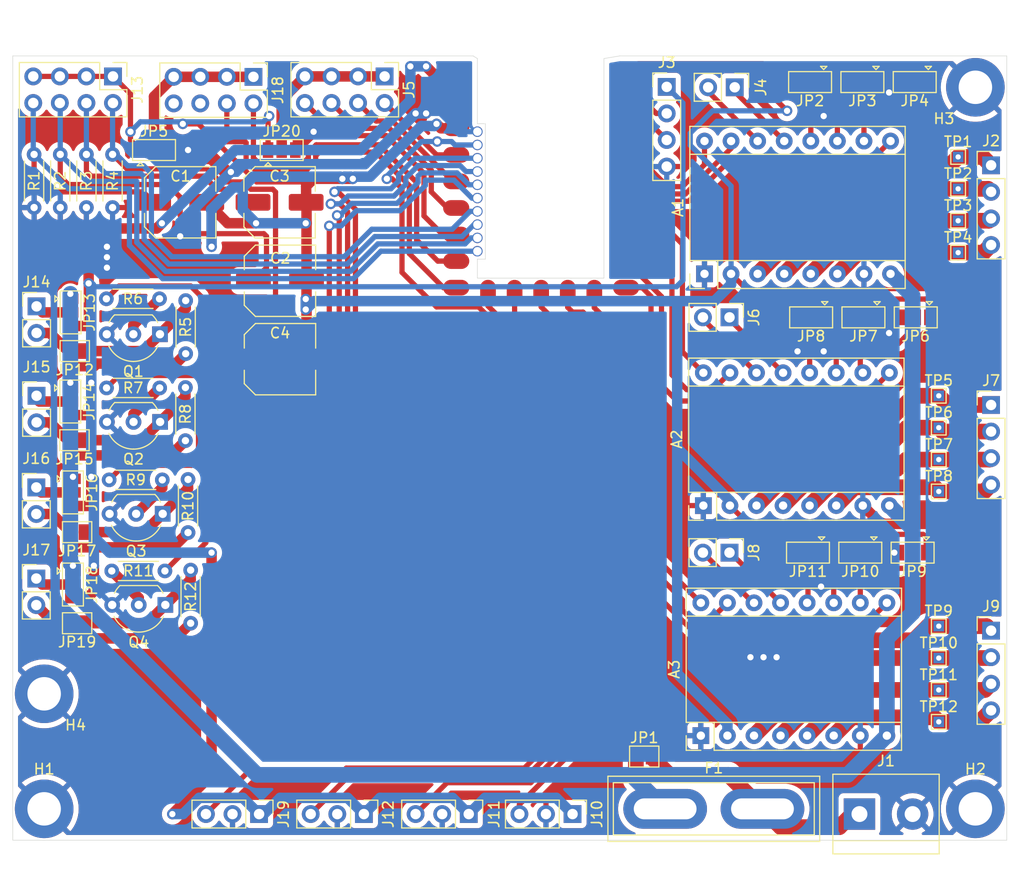
<source format=kicad_pcb>
(kicad_pcb (version 20240108) (generator "pcbnew") (generator_version "8.0")
  (layers (0 "F.Cu" signal) (31 "B.Cu" signal) (34 "B.Paste" user) (35 "F.Paste" user) (36 "B.SilkS" user "B.Silkscreen") (37 "F.SilkS" user "F.Silkscreen") (38 "B.Mask" user) (39 "F.Mask" user) (44 "Edge.Cuts" user))
  (net 0 "")
  (net 1 "+24V")
  (net 2 "Net-(A1-MS1)")
  (net 3 "GND")
  (net 4 "Net-(A1-~{SLEEP})")
  (net 5 "Net-(A1-2A)")
  (net 6 "en1")
  (net 7 "Net-(A1-1B)")
  (net 8 "Net-(A1-2B)")
  (net 9 "Net-(A1-~{RESET})")
  (net 10 "Net-(A1-MS3)")
  (net 11 "dir1")
  (net 12 "Net-(A1-1A)")
  (net 13 "+3.3V")
  (net 14 "step1")
  (net 15 "Net-(A1-MS2)")
  (net 16 "Net-(A2-~{RESET})")
  (net 17 "Net-(A2-2B)")
  (net 18 "step2")
  (net 19 "Net-(A2-2A)")
  (net 20 "Net-(A2-1B)")
  (net 21 "Net-(A2-1A)")
  (net 22 "Net-(A2-MS2)")
  (net 23 "Net-(A2-~{SLEEP})")
  (net 24 "Net-(A2-MS1)")
  (net 25 "dir2")
  (net 26 "Net-(A2-MS3)")
  (net 27 "en2")
  (net 28 "Net-(A3-1A)")
  (net 29 "Net-(A3-2A)")
  (net 30 "en3")
  (net 31 "Net-(A3-~{SLEEP})")
  (net 32 "Net-(A3-MS3)")
  (net 33 "Net-(A3-MS2)")
  (net 34 "Net-(A3-~{RESET})")
  (net 35 "step3")
  (net 36 "dir3")
  (net 37 "Net-(A3-2B)")
  (net 38 "Net-(A3-1B)")
  (net 39 "Net-(A3-MS1)")
  (net 40 "button1")
  (net 41 "button2")
  (net 42 "button3")
  (net 43 "button4")
  (net 44 "Net-(J1-Pin_1)")
  (net 45 "Net-(J3-Pin_3)")
  (net 46 "Net-(J3-Pin_2)")
  (net 47 "+5V")
  (net 48 "Net-(J5-Pin_2)")
  (net 49 "Net-(J5-Pin_1)")
  (net 50 "Net-(J5-Pin_4)")
  (net 51 "pinda1")
  (net 52 "pinda2")
  (net 53 "pinda3")
  (net 54 "Net-(J14-Pin_2)")
  (net 55 "Net-(J14-Pin_1)")
  (net 56 "Net-(J15-Pin_2)")
  (net 57 "Net-(J15-Pin_1)")
  (net 58 "Net-(J16-Pin_2)")
  (net 59 "Net-(J16-Pin_1)")
  (net 60 "Net-(J17-Pin_2)")
  (net 61 "Net-(J17-Pin_1)")
  (net 62 "Net-(J18-Pin_4)")
  (net 63 "pinda4")
  (net 64 "Net-(JP12-A)")
  (net 65 "Net-(JP15-A)")
  (net 66 "Net-(JP17-A)")
  (net 67 "Net-(JP19-A)")
  (net 68 "Net-(Q1-B)")
  (net 69 "Net-(Q2-B)")
  (net 70 "Net-(Q3-B)")
  (net 71 "Net-(Q4-B)")
  (net 72 "fan1")
  (net 73 "fan2")
  (net 74 "fan3")
  (net 75 "fan4")
  (net 76 "Net-(J5-Pin_6)")
  (net 77 "Net-(J5-Pin_8)")
  (net 78 "Net-(J18-Pin_1)")
  (net 81 "Net-(J18-Pin_2)")
  (footprint "Resistor_THT:R_Axial_DIN0204_L3.6mm_D1.6mm_P5.08mm_Horizontal" (layer "F.Cu") (at 148.54 94.25 180)
    (property "Reference" "R11")
    (property "Value" "amb")
  )
  (footprint "TestPoint:TestPoint_THTPad_1.0x1.0mm_Drill0.5mm" (layer "F.Cu") (at 224.35 54.66)
    (property "Reference" "TP1")
    (property "Value" "TestPoint")
  )
  (footprint "Connector_PinHeader_2.54mm:PinHeader_1x02_P2.54mm_Vertical" (layer "F.Cu") (at 202.5 92.5 -90)
    (property "Reference" "J8")
    (property "Value" "Conn_01x02_Pin")
  )
  (footprint "Jumper:SolderJumper-3_P1.3mm_Open_Pad1.0x1.5mm" (layer "F.Cu") (at 139.75 95.55 -90)
    (property "Reference" "JP18")
    (property "Value" "fan voltage selector")
  )
  (footprint "TestPoint:TestPoint_THTPad_1.0x1.0mm_Drill0.5mm" (layer "F.Cu") (at 224.35 60.76)
    (property "Reference" "TP3")
    (property "Value" "TestPoint")
  )
  (footprint "Jumper:SolderJumper-3_P1.3mm_Open_Pad1.0x1.5mm" (layer "F.Cu") (at 147.5 54)
    (property "Reference" "JP5")
    (property "Value" "SolderJumper_3_Open")
  )
  (footprint "TestPoint:TestPoint_THTPad_1.0x1.0mm_Drill0.5mm" (layer "F.Cu") (at 222.5 77.5)
    (property "Reference" "TP5")
    (property "Value" "TestPoint")
  )
  (footprint "Resistor_THT:R_Axial_DIN0204_L3.6mm_D1.6mm_P5.08mm_Horizontal" (layer "F.Cu") (at 151 94.17 -90)
    (property "Reference" "R12")
    (property "Value" "amb*odf")
  )
  (footprint "Connector_PinHeader_2.54mm:PinHeader_1x04_P2.54mm_Vertical" (layer "F.Cu") (at 227.5 55.46)
    (property "Reference" "J2")
    (property "Value" "motor 1")
  )
  (footprint "Connector_PinHeader_2.54mm:PinHeader_1x03_P2.54mm_Vertical" (layer "F.Cu") (at 167.555 117.5 -90)
    (property "Reference" "J12")
    (property "Value" "pinda3")
  )
  (footprint "Resistor_THT:R_Axial_DIN0204_L3.6mm_D1.6mm_P5.08mm_Horizontal" (layer "F.Cu") (at 150.5 76.71 -90)
    (property "Reference" "R8")
    (property "Value" "amb*odf")
  )
  (footprint "TestPoint:TestPoint_THTPad_1.0x1.0mm_Drill0.5mm" (layer "F.Cu") (at 222.5 108.68)
    (property "Reference" "TP12")
    (property "Value" "TestPoint")
  )
  (footprint "Jumper:SolderJumper-3_P1.3mm_Open_Pad1.0x1.5mm" (layer "F.Cu") (at 139.75 86.74 -90)
    (property "Reference" "JP16")
    (property "Value" "fan voltage selector")
  )
  (footprint "TestPoint:TestPoint_THTPad_1.0x1.0mm_Drill0.5mm" (layer "F.Cu") (at 224.35 63.81)
    (property "Reference" "TP4")
    (property "Value" "TestPoint")
  )
  (footprint "TestPoint:TestPoint_THTPad_1.0x1.0mm_Drill0.5mm" (layer "F.Cu") (at 224.35 57.71)
    (property "Reference" "TP2")
    (property "Value" "TestPoint")
  )
  (footprint "Package_TO_SOT_THT:TO-92_Inline_Wide" (layer "F.Cu") (at 148.08 80 180)
    (property "Reference" "Q2")
    (property "Value" "NPN")
  )
  (footprint "Resistor_THT:R_Axial_DIN0204_L3.6mm_D1.6mm_P5.08mm_Horizontal" (layer "F.Cu") (at 142.96 76.75)
    (property "Reference" "R7")
    (property "Value" "amb")
  )
  (footprint "Resistor_THT:R_Axial_DIN0204_L3.6mm_D1.6mm_P5.08mm_Horizontal" (layer "F.Cu") (at 143.21 85.54)
    (property "Reference" "R9")
    (property "Value" "amb")
  )
  (footprint "Capacitor_SMD:C_Elec_6.3x5.4" (layer "F.Cu") (at 150 59)
    (property "Reference" "C1")
    (property "Value" "100nF")
  )
  (footprint "Package_TO_SOT_THT:TO-92_Inline_Wide" (layer "F.Cu") (at 148.33 88.79 180)
    (property "Reference" "Q3")
    (property "Value" "NPN")
  )
  (footprint "Jumper:SolderJumper-2_P1.3mm_Open_Pad1.0x1.5mm" (layer "F.Cu") (at 139.925 73.225 180)
    (property "Reference" "JP12")
    (property "Value" "bypass")
  )
  (footprint "MountingHole:MountingHole_3.2mm_M3_DIN965_Pad" (layer "F.Cu") (at 137 117)
    (property "Reference" "H1")
    (property "Value" "~")
  )
  (footprint "MountingHole:MountingHole_3.2mm_M3_DIN965_Pad" (layer "F.Cu") (at 137 106)
    (property "Reference" "H4")
    (property "Value" "~")
  )
  (footprint "TestPoint:TestPoint_THTPad_1.0x1.0mm_Drill0.5mm" (layer "F.Cu") (at 222.5 83.6)
    (property "Reference" "TP7")
    (property "Value" "TestPoint")
  )
  (footprint "Jumper:SolderJumper-2_P1.3mm_Open_Pad1.0x1.5mm" (layer "F.Cu") (at 194.35 112)
    (property "Reference" "JP1")
    (property "Value" "SolderJumper_2_Open")
  )
  (footprint "Capacitor_SMD:C_Elec_6.3x5.4" (layer "F.Cu") (at 159.5 59)
    (property "Reference" "C3")
    (property "Value" "100nF")
  )
  (footprint "Jumper:SolderJumper-3_P1.3mm_Open_Pad1.0x1.5mm" (layer "F.Cu") (at 215 92.5 180)
    (property "Reference" "JP10")
    (property "Value" "SolderJumper_3_Open")
  )
  (footprint "Jumper:SolderJumper-2_P1.3mm_Open_Pad1.0x1.5mm" (layer "F.Cu") (at 140.15 99.25 180)
    (property "Reference" "JP19")
    (property "Value" "bypass")
  )
  (footprint "MountingHole:MountingHole_3.2mm_M3_DIN965_Pad" (layer "F.Cu") (at 226 48)
    (property "Reference" "H3")
    (property "Value" "~")
  )
  (footprint "Jumper:SolderJumper-3_P1.3mm_Open_Pad1.0x1.5mm" (layer "F.Cu") (at 220 92.5 180)
    (property "Reference" "JP9")
    (property "Value" "SolderJumper_3_Open")
  )
  (footprint "Connector_PinHeader_2.54mm:PinHeader_2x04_P2.54mm_Vertical" (layer "F.Cu") (at 143.5775 46.96 -90)
    (property "Reference" "J13")
    (property "Value" "Conn_02x04_Odd_Even")
  )
  (footprint "Jumper:SolderJumper-3_P1.3mm_Open_Pad1.0x1.5mm" (layer "F.Cu") (at 139.5 78.05 -90)
    (property "Reference" "JP14")
    (property "Value" "fan voltage selector")
  )
  (footprint "mcu:rp2040-zero-smd-pads-cutout" (layer "F.Cu") (at 184.5 57)
    (property "Reference" "U1" (hide yes))
    (property "Value" "rp2040-zero-pads" (hide yes))
  )
  (footprint "Connector_PinHeader_2.54mm:PinHeader_2x04_P2.54mm_Vertical" (layer "F.Cu") (at 169.54 46.96 -90)
    (property "Reference" "J5")
    (property "Value" "Conn_02x04_Odd_Even")
  )
  (footprint "Connector_PinHeader_2.54mm:PinHeader_1x02_P2.54mm_Vertical" (layer "F.Cu") (at 136.275 68.95)
    (property "Reference" "J14")
    (property "Value" "fan")
  )
  (footprint "Package_TO_SOT_THT:TO-92_Inline_Wide" (layer "F.Cu") (at 148.58 97.5 180)
    (property "Reference" "Q4")
    (property "Value" "NPN")
  )
  (footprint "Resistor_THT:R_Axial_DIN0204_L3.6mm_D1.6mm_P5.08mm_Horizontal" (layer "F.Cu") (at 142.945 68.225)
    (property "Reference" "R6")
    (property "Value" "amb")
  )
  (footprint "Jumper:SolderJumper-3_P1.3mm_Open_Pad1.0x1.5mm" (layer "F.Cu") (at 220.2 47.5 180)
    (property "Reference" "JP4")
    (property "Value" "SolderJumper_3_Open")
  )
  (footprint "Jumper:SolderJumper-3_P1.3mm_Open_Pad1.0x1.5mm" (layer "F.Cu") (at 139.525 69.525 -90)
    (property "Reference" "JP13")
    (property "Value" "fan voltage selector")
  )
  (footprint "Connector_PinHeader_2.54mm:PinHeader_1x03_P2.54mm_Vertical" (layer "F.Cu") (at 157.54 117.5 -90)
    (property "Reference" "J19")
    (property "Value" "pinda4")
  )
  (footprint "Resistor_THT:R_Axial_DIN0204_L3.6mm_D1.6mm_P5.08mm_Horizontal" (layer "F.Cu") (at 136.0375 54.42 -90)
    (property "Reference" "R1")
    (property "Value" "10k")
  )
  (footprint "Jumper:SolderJumper-3_P1.3mm_Open_Pad1.0x1.5mm" (layer "F.Cu") (at 210 92.5 180)
    (property "Reference" "JP11")
    (property "Value" "SolderJumper_3_Open")
  )
  (footprint "Connector_PinHeader_2.54mm:PinHeader_1x03_P2.54mm_Vertical" (layer "F.Cu") (at 187.5 117.5 -90)
    (property "Reference" "J10")
    (property "Value" "pinda1")
  )
  (footprint "Connector_PinHeader_2.54mm:PinHeader_1x02_P2.54mm_Vertical" (layer "F.Cu") (at 136.25 94.975)
    (property "Reference" "J17")
    (property "Value" "fan")
  )
  (footprint "TestPoint:TestPoint_THTPad_1.0x1.0mm_Drill0.5mm" (layer "F.Cu") (at 222.5 80.55)
    (property "Reference" "TP6")
    (property "Value" "TestPoint")
  )
  (footprint "Connector_PinHeader_2.54mm:PinHeader_1x02_P2.54mm_Vertical" (layer "F.Cu") (at 136.25 86.265)
    (property "Reference" "J16")
    (property "Value" "fan")
  )
  (footprint "Connector_PinHeader_2.54mm:PinHeader_1x04_P2.54mm_Vertical" (layer "F.Cu") (at 227.5 99.96)
    (property "Reference" "J9")
    (property "Value" "motor 3")
  )
  (footprint "Jumper:SolderJumper-3_P1.3mm_Open_Pad1.0x1.5mm" (layer "F.Cu") (at 215.2 47.5 180)
    (property "Reference" "JP3")
    (property "Value" "SolderJumper_3_Open")
  )
  (footprint "Connector_PinHeader_2.54mm:PinHeader_1x02_P2.54mm_Vertical" (layer "F.Cu") (at 203 48 -90)
    (property "Reference" "J4")
    (property "Value" "Conn_01x02_Pin")
  )
  (footprint "Module:Pololu_Breakout-16_15.2x20.3mm" (layer "F.Cu") (at 200 88 90)
    (property "Reference" "A2")
    (property "Value" "Pololu_Breakout_A4988")
  )
  (footprint "Connector_PinHeader_2.54mm:PinHeader_1x03_P2.54mm_Vertical" (layer "F.Cu") (at 177.58 117.5 -90)
    (property "Reference" "J11")
    (property "Value" "pinda2")
  )
  (footprint "Connector_PinHeader_2.54mm:PinHeader_2x04_P2.54mm_Vertical" (layer "F.Cu") (at 157 47 -90)
    (property "Reference" "J18")
    (property "Value" "Conn_02x04_Odd_Even")
  )
  (footprint "Jumper:SolderJumper-3_P1.3mm_Open_Pad1.0x1.5mm" (layer "F.Cu") (at 210.3 70 180)
    (property "Reference" "JP8")
    (property "Value" "SolderJumper_3_Open")
  )
  (footprint "Connector_PinHeader_2.54mm:PinHeader_1x02_P2.54mm_Vertical" (layer "F.Cu") (at 136.275 77.5)
    (property "Reference" "J15")
    (property "Value" "fan")
  )
  (footprint "Fuse:Fuse_Blade_ATO_directSolder" (layer "F.Cu") (at 196.35 117)
    (property "Reference" "F1")
    (property "Value" "Polyfuse")
  )
  (footprint "TestPoint:TestPoint_THTPad_1.0x1.0mm_Drill0.5mm" (layer "F.Cu") (at 222.5 99.53)
    (property "Reference" "TP9")
    (property "Value" "TestPoint")
  )
  (footprint "MountingHole:MountingHole_3.2mm_M3_DIN965_Pad" (layer "F.Cu") (at 226 117)
    (property "Reference" "H2")
    (property "Value" "~")
  )
  (footprint "TestPoint:TestPoint_THTPad_1.0x1.0mm_Drill0.5mm" (layer "F.Cu") (at 222.5 102.58)
    (property "Reference" "TP10")
    (property "Value" "TestPoint")
  )
  (footprint "Resistor_THT:R_Axial_DIN0204_L3.6mm_D1.6mm_P5.08mm_Horizontal" (layer "F.Cu") (at 138.5375 54.42 -90)
    (property "Reference" "R2")
    (property "Value" "10k")
  )
  (footprint "Connector_PinHeader_2.54mm:PinHeader_1x04_P2.54mm_Vertical" (layer "F.Cu") (at 227.5 78.38)
    (property "Reference" "J7")
    (property "Value" "motor 2")
  )
  (footprint "Jumper:SolderJumper-2_P1.3mm_Open_Pad1.0x1.5mm" (layer "F.Cu") (at 140.15 90.54 180)
    (property "Reference" "JP17")
    (property "Value" "bypass")
  )
  (footprint "Jumper:SolderJumper-3_P1.3mm_Open_Pad1.0x1.5mm" (layer "F.Cu") (at 210.2 47.5 180)
    (property "Reference" "JP2")
    (property "Value" "SolderJumper_3_Open")
  )
  (footprint "Resistor_THT:R_Axial_DIN0204_L3.6mm_D1.6mm_P5.08mm_Horizontal" (layer "F.Cu") (at 141.0375 54.42 -90)
    (property "Reference" "R3")
    (property "Value" "10k")
  )
  (footprint "Jumper:SolderJumper-2_P1.3mm_Open_Pad1.0x1.5mm" (layer "F.Cu") (at 139.9 81.75 180)
    (property "Reference" "JP15")
    (property "Value" "bypass")
  )
  (footprint "Capacitor_SMD:C_Elec_6.3x5.4" (layer "F.Cu") (at 159.5375 74)
    (property "Reference" "C4")
    (property "Value" "100nF")
  )
  (footprint "Connector_PinHeader_2.54mm:PinHeader_1x04_P2.54mm_Vertical" (layer "F.Cu") (at 196.5 47.96)
    (property "Reference" "J3")
    (property "Value" "uart pins")
  )
  (footprint "Resistor_THT:R_Axial_DIN0204_L3.6mm_D1.6mm_P5.08mm_Horizontal" (layer "F.Cu") (at 143.5375 54.42 -90)
    (property "Reference" "R4")
    (property "Value" "10k")
  )
  (footprint "Jumper:SolderJumper-3_P1.3mm_Open_Pad1.0x1.5mm" (layer "F.Cu") (at 159.7 54)
    (property "Reference" "JP20")
    (property "Value" "SolderJumper_3_Open")
  )
  (footprint "TerminalBlock:TerminalBlock_bornier-2_P5.08mm" (layer "F.Cu") (at 214.92 117.5)
    (property "Reference" "J1")
    (property "Value" "Screw_Terminal_DC_input")
  )
  (footprint "TestPoint:TestPoint_THTPad_1.0x1.0mm_Drill0.5mm" (layer "F.Cu") (at 222.5 86.65)
    (property "Reference" "TP8")
    (property "Value" "TestPoint")
  )
  (footprint "Jumper:SolderJumper-3_P1.3mm_Open_Pad1.0x1.5mm" (layer "F.Cu") (at 215.3 70 180)
    (property "Reference" "JP7")
    (property "Value" "SolderJumper_3_Open")
  )
  (footprint "Module:Pololu_Breakout-16_15.2x20.3mm" (layer "F.Cu") (at 200.11 65.84 90)
    (property "Reference" "A1")
    (property "Value" "Pololu_Breakout_A4988")
  )
  (footprint "Resistor_THT:R_Axial_DIN0204_L3.6mm_D1.6mm_P5.08mm_Horizontal" (layer "F.Cu") (at 150.525 68.395 -90)
    (property "Reference" "R5")
    (property "Value" "amb*odf")
  )
  (footprint "Connector_PinHeader_2.54mm:PinHeader_1x02_P2.54mm_Vertical" (layer "F.Cu") (at 202.5 70 -90)
    (property "Reference" "J6")
    (property "Value" "Conn_01x02_Pin")
  )
  (footprint "Jumper:SolderJumper-3_P1.3mm_Open_Pad1.0x1.5mm" (layer "F.Cu") (at 220.3 70 180)
    (property "Reference" "JP6")
    (property "Value" "SolderJumper_3_Open")
  )
  (footprint "Module:Pololu_Breakout-16_15.2x20.3mm" (layer "F.Cu") (at 199.76 110 90)
    (property "Reference" "A3")
    (property "Value" "Pololu_Breakout_A4988")
  )
  (footprint "Capacitor_SMD:C_Elec_6.3x5.4" (layer "F.Cu") (at 159.5375 66.5)
    (property "Reference" "C2")
    (property "Value" "100nF")
  )
  (footprint "Resistor_THT:R_Axial_DIN0204_L3.6mm_D1.6mm_P5.08mm_Horizontal" (layer "F.Cu") (at 150.75 85.5 -90)
    (property "Reference" "R10")
    (property "Value" "amb*odf")
  )
  (footprint "TestPoint:TestPoint_THTPad_1.0x1.0mm_Drill0.5mm" (layer "F.Cu") (at 222.5 105.63)
    (property "Reference" "TP11")
    (property "Value" "TestPoint")
  )
  (footprint "Package_TO_SOT_THT:TO-92_Inline_Wide" (layer "F.Cu") (at 148.065 71.615 180)
    (property "Reference" "Q1")
    (property "Value" "NPN")
  )
  (gr_line (start 178.404 64.436) (end 179.166 64.436) (stroke (width 0.05)) (layer "Edge.Cuts"))
  (gr_line (start 178.404 51.482) (end 178.404 45.25) (stroke (width 0.05)) (layer "Edge.Cuts"))
  (gr_line (start 178.404 66.25) (end 178.404 64.436) (stroke (width 0.05)) (layer "Edge.Cuts"))
  (gr_line (start 179.166 64.436) (end 179.166 51.482) (stroke (width 0.05)) (layer "Edge.Cuts"))
  (gr_line (start 190.5 66.25) (end 190.5 45.25) (stroke (width 0.05)) (layer "Edge.Cuts"))
  (gr_line (start 134 120) (end 229 120) (stroke (width 0.05)) (layer "Edge.Cuts"))
  (gr_line (start 178 45) (end 178.404 45.25) (stroke (width 0.05)) (layer "Edge.Cuts"))
  (gr_line (start 229 45) (end 192 45) (stroke (width 0.05)) (layer "Edge.Cuts"))
  (gr_line (start 134 45) (end 178 45) (stroke (width 0.05)) (layer "Edge.Cuts"))
  (gr_line (start 229 120) (end 229 45) (stroke (width 0.05)) (layer "Edge.Cuts"))
  (gr_line (start 134 45) (end 134 120) (stroke (width 0.05)) (layer "Edge.Cuts"))
  (gr_line (start 179.166 51.482) (end 178.404 51.482) (stroke (width 0.05)) (layer "Edge.Cuts"))
  (gr_line (start 190.5 66.25) (end 178.404 66.25) (stroke (width 0.05)) (layer "Edge.Cuts"))
  (gr_line (start 192 45) (end 190.5 45.25) (stroke (width 0.05)) (layer "Edge.Cuts"))
  (segment (start 193.55 114.2) (end 193.55 112) (width 1.5) (layer "F.Cu") (net 1))
  (segment (start 196.35 117) (end 193.55 114.2) (width 1.5) (layer "F.Cu") (net 1))
  (via (at 139.75 93.75) (size 1) (drill 0.6) (layers "F.Cu" "B.Cu") (net 1))
  (via (at 139.5 67.75) (size 1) (drill 0.6) (layers "F.Cu" "B.Cu") (net 1))
  (via (at 139.5 76.25) (size 1) (drill 0.6) (layers "F.Cu" "B.Cu") (net 1))
  (via (at 139.75 85.25) (size 1) (drill 0.6) (layers "F.Cu" "B.Cu") (net 1))
  (segment (start 213.79 113.75) (end 217.54 110) (width 1.5) (layer "B.Cu") (net 1))
  (segment (start 217.54 110) (end 217.54 100.71) (width 1.5) (layer "B.Cu") (net 1))
  (segment (start 139.75 93.75) (end 139.75 96.154164) (width 1.5) (layer "B.Cu") (net 1))
  (segment (start 139.5 67.75) (end 139.5 93.5) (width 1.5) (layer "B.Cu") (net 1))
  (segment (start 193.1 113.75) (end 213.79 113.75) (width 1.5) (layer "B.Cu") (net 1))
  (segment (start 220 67.95) (end 217.89 65.84) (width 1.5) (layer "B.Cu") (net 1))
  (segment (start 139.5 93.5) (end 139.75 93.75) (width 1.5) (layer "B.Cu") (net 1))
  (segment (start 220 98.25) (end 220 90.22) (width 1.5) (layer "B.Cu") (net 1))
  (segment (start 157.345836 113.75) (end 193.1 113.75) (width 1.5) (layer "B.Cu") (net 1))
  (segment (start 193.1 113.75) (end 196.35 117) (width 1.5) (layer "B.Cu") (net 1))
  (segment (start 220 90.22) (end 220 67.95) (width 1.5) (layer "B.Cu") (net 1))
  (segment (start 139.75 96.154164) (end 157.345836 113.75) (width 1.5) (layer "B.Cu") (net 1))
  (segment (start 217.54 100.71) (end 220 98.25) (width 1.5) (layer "B.Cu") (net 1))
  (segment (start 220 90.22) (end 217.78 88) (width 1.5) (layer "B.Cu") (net 1))
  (segment (start 219.45 49.5) (end 220.2 48.75) (width 0.5) (layer "F.Cu") (net 2))
  (segment (start 215.35 50.15) (end 216 49.5) (width 0.5) (layer "F.Cu") (net 2))
  (segment (start 220.2 48.75) (end 220.2 47.5) (width 0.5) (layer "F.Cu") (net 2))
  (segment (start 216 49.5) (end 219.45 49.5) (width 0.5) (layer "F.Cu") (net 2))
  (segment (start 215.35 53.14) (end 215.35 50.15) (width 0.5) (layer "F.Cu") (net 2))
  (segment (start 211.25 94.75) (end 211.25 95.75) (width 0.5) (layer "F.Cu") (net 3))
  (segment (start 174.62 49.38) (end 173.5 50.5) (width 1) (layer "F.Cu") (net 3))
  (segment (start 216.99 89.75) (end 222.5 89.75) (width 1) (layer "F.Cu") (net 3))
  (segment (start 154.193502 56.1) (end 154.846092 56.1) (width 1) (layer "F.Cu") (net 3))
  (segment (start 215.24 88) (end 216.99 89.75) (width 1) (layer "F.Cu") (net 3))
  (segment (start 213.7 92.5) (end 213.5 92.5) (width 0.5) (layer "F.Cu") (net 3))
  (segment (start 150.75 54) (end 151.6 54.85) (width 1) (layer "F.Cu") (net 3))
  (segment (start 213.5 92.5) (end 211.25 94.75) (width 0.5) (layer "F.Cu") (net 3))
  (segment (start 150.75 54) (end 148.8 54) (width 1) (layer "F.Cu") (net 3))
  (segment (start 151.6 54.85) (end 152.943502 54.85) (width 1) (layer "F.Cu") (net 3))
  (segment (start 176.88 49.38) (end 174.62 49.38) (width 1) (layer "F.Cu") (net 3))
  (segment (start 162.75 52.25) (end 161 54) (width 1) (layer "F.Cu") (net 3))
  (segment (start 152.943502 54.85) (end 154.193502 56.1) (width 1) (layer "F.Cu") (net 3))
  (via (at 205.75 102.5) (size 1) (drill 0.6) (layers "F.Cu" "B.Cu") (net 3))
  (via (at 173.5 50.5) (size 1) (drill 0.6) (layers "F.Cu" "B.Cu") (net 3))
  (via (at 211.25 95.75) (size 1) (drill 0.6) (layers "F.Cu" "B.Cu") (net 3))
  (via (at 207 102.5) (size 1) (drill 0.6) (layers "F.Cu" "B.Cu") (net 3))
  (via (at 162.75 52.25) (size 1) (drill 0.6) (layers "F.Cu" "B.Cu") (net 3))
  (via (at 211.5 73.25) (size 1) (drill 0.6) (layers "F.Cu" "B.Cu") (net 3))
  (via (at 150.75 54) (size 1) (drill 0.6) (layers "F.Cu" "B.Cu") (net 3))
  (via (at 209 73.25) (size 1) (drill 0.6) (layers "F.Cu" "B.Cu") (net 3))
  (via (at 143 63.25) (size 1) (drill 0.6) (layers "F.Cu" "B.Cu") (net 3))
  (via (at 217.75 48.5) (size 1) (drill 0.6) (layers "F.Cu" "B.Cu") (net 3))
  (via (at 211.5 50.75) (size 1) (drill 0.6) (layers "F.Cu" "B.Cu") (net 3))
  (via (at 172.5 50.5) (size 1) (drill 0.6) (layers "F.Cu" "B.Cu") (net 3))
  (via (at 217.75 71.5) (size 1) (drill 0.6) (layers "F.Cu" "B.Cu") (net 3))
  (via (at 154.846092 56.100965) (size 1) (drill 0.6) (layers "F.Cu" "B.Cu") (net 3))
  (via (at 143 65.25) (size 1) (drill 0.6) (layers "F.Cu" "B.Cu") (net 3))
  (via (at 143 64.25) (size 1) (drill 0.6) (layers "F.Cu" "B.Cu") (net 3))
  (via (at 204.5 102.5) (size 1) (drill 0.6) (layers "F.Cu" "B.Cu") (net 3))
  (via (at 150 62.25) (size 1) (drill 0.6) (layers "F.Cu" "B.Cu") (net 3))
  (via (at 218.25 92.5) (size 1) (drill 0.6) (layers "F.Cu" "B.Cu") (net 3))
  (segment (start 167.401472 55.348528) (end 167.5 55.25) (width 1) (layer "B.Cu") (net 3))
  (segment (start 150.75 54) (end 152.5 52.25) (width 1) (layer "B.Cu") (net 3))
  (segment (start 167.5 55.25) (end 167.598528 55.348528) (width 1) (layer "B.Cu") (net 3))
  (segment (start 152.5 52.25) (end 162.75 52.25) (width 1) (layer "B.Cu") (net 3))
  (segment (start 172.5 50.5) (end 173.5 50.5) (width 1) (layer "B.Cu") (net 3))
  (segment (start 178.404 52.244) (end 176.587503 52.244) (width 0.5) (layer "B.Cu") (net 3))
  (segment (start 174.843503 50.5) (end 173.5 50.5) (width 0.5) (layer "B.Cu") (net 3))
  (segment (start 154.846092 56.100965) (end 150 60.947056) (width 1) (layer "B.Cu") (net 3))
  (segment (start 167.651472 55.348528) (end 172.5 50.5) (width 1) (layer "B.Cu") (net 3))
  (segment (start 150 60.947056) (end 150 62.25) (width 1) (layer "B.Cu") (net 3))
  (segment (start 155.598528 55.348528) (end 167.401472 55.348528) (width 1) (layer "B.Cu") (net 3))
  (segment (start 154.846092 56.100965) (end 155.598528 55.348528) (width 1) (layer "B.Cu") (net 3))
  (segment (start 176.587503 52.244) (end 174.843503 50.5) (width 0.5) (layer "B.Cu") (net 3))
  (segment (start 167.598528 55.348528) (end 167.651472 55.348528) (width 1) (layer "B.Cu") (net 3))
  (segment (start 200.46 48.41) (end 200.46 48) (width 0.5) (layer "F.Cu") (net 4))
  (segment (start 205.19 53.14) (end 200.46 48.41) (width 0.5) (layer "F.Cu") (net 4))
  (segment (start 224.35 60.76) (end 227.28 60.76) (width 1.5) (layer "F.Cu") (net 5))
  (segment (start 227.28 60.76) (end 227.5 60.54) (width 1.5) (layer "F.Cu") (net 5))
  (segment (start 215.35 60.76) (end 210.27 65.84) (width 1.5) (layer "F.Cu") (net 5))
  (segment (start 224.35 60.76) (end 215.35 60.76) (width 1.5) (layer "F.Cu") (net 5))
  (segment (start 192.12 57) (end 194.101623 57) (width 0.5) (layer "F.Cu") (net 6))
  (segment (start 194.101623 57) (end 196.001624 58.9) (width 0.5) (layer "F.Cu") (net 6))
  (segment (start 196.001624 58.9) (end 198.6 58.9) (width 0.5) (layer "F.Cu") (net 6))
  (segment (start 198.6 58.9) (end 202.69 54.81) (width 0.5) (layer "F.Cu") (net 6))
  (segment (start 216.22 54.81) (end 217.89 53.14) (width 0.5) (layer "F.Cu") (net 6))
  (segment (start 202.69 54.81) (end 216.22 54.81) (width 0.5) (layer "F.Cu") (net 6))
  (segment (start 224.35 54.66) (end 223 56.01) (width 1.5) (layer "F.Cu") (net 7))
  (segment (start 223 56.01) (end 215.02 56.01) (width 1.5) (layer "F.Cu") (net 7))
  (segment (start 215.02 56.01) (end 205.19 65.84) (width 1.5) (layer "F.Cu") (net 7))
  (segment (start 226.7 54.66) (end 227.5 55.46) (width 1.5) (layer "F.Cu") (net 7))
  (segment (start 224.35 54.66) (end 226.7 54.66) (width 1.5) (layer "F.Cu") (net 7))
  (segment (start 224.35 63.81) (end 226.77 63.81) (width 1.5) (layer "F.Cu") (net 8))
  (segment (start 224.35 63.81) (end 214.84 63.81) (width 1.5) (layer "F.Cu") (net 8))
  (segment (start 214.84 63.81) (end 212.81 65.84) (width 1.5) (layer "F.Cu") (net 8))
  (segment (start 226.77 63.81) (end 227.5 63.08) (width 1.5) (layer "F.Cu") (net 8))
  (segment (start 203 48) (end 203 48.41) (width 0.5) (layer "F.Cu") (net 9))
  (segment (start 203 48.41) (end 207.73 53.14) (width 0.5) (layer "F.Cu") (net 9))
  (segment (start 210.27 53.14) (end 210.27 47.57) (width 0.5) (layer "F.Cu") (net 10))
  (segment (start 210.27 47.57) (end 210.2 47.5) (width 0.5) (layer "F.Cu") (net 10))
  (segment (start 198 57.5) (end 200.11 55.39) (width 0.5) (layer "F.Cu") (net 11))
  (segment (start 196.581522 57.5) (end 198 57.5) (width 0.5) (layer "F.Cu") (net 11))
  (segment (start 192.12 51.92) (end 194.39005 51.92) (width 0.5) (layer "F.Cu") (net 11))
  (segment (start 200.11 55.39) (end 200.11 53.14) (width 0.5) (layer "F.Cu") (net 11))
  (segment (start 194.39005 51.92) (end 194.39005 55.308528) (width 0.5) (layer "F.Cu") (net 11))
  (segment (start 194.39005 55.308528) (end 196.581522 57.5) (width 0.5) (layer "F.Cu") (net 11))
  (segment (start 224.35 57.71) (end 215.86 57.71) (width 1.5) (layer "F.Cu") (net 12))
  (segment (start 215.86 57.71) (end 207.73 65.84) (width 1.5) (layer "F.Cu") (net 12))
  (segment (start 224.35 57.71) (end 227.21 57.71) (width 1.5) (layer "F.Cu") (net 12))
  (segment (start 227.21 57.71) (end 227.5 58) (width 1.5) (layer "F.Cu") (net 12))
  (segment (start 162 68.25) (end 162.075 68.175) (width 1) (layer "F.Cu") (net 13))
  (segment (start 162.075 60.925) (end 162.075 59.0375) (width 1) (layer "F.Cu") (net 13))
  (segment (start 154.5375 61) (end 157.25 61) (width 1) (layer "F.Cu") (net 13))
  (segment (start 212.25 68.25) (end 211.6 68.9) (width 0.5) (layer "F.Cu") (net 13))
  (segment (start 152.5375 59) (end 154.5375 61) (width 1) (layer "F.Cu") (net 13))
  (segment (start 205.29 90.75) (end 202.54 88) (width 0.5) (layer "F.Cu") (net 13))
  (segment (start 221.6 70) (end 221.6 68.6) (width 0.5) (layer "F.Cu") (net 13))
  (segment (start 206.5 46) (end 206.5 48.75) (width 0.5) (layer "F.Cu") (net 13))
  (segment (start 162.075 66.5) (end 162.075 61.075) (width 1) (layer "F.Cu") (net 13))
  (segment (start 176.88 51.92) (end 174.92 51.92) (width 1) (layer "F.Cu") (net 13))
  (segment (start 211.5 46.25) (end 211.25 46) (width 0.5) (layer "F.Cu") (net 13))
  (segment (start 221.25 68.25) (end 216 68.25) (width 0.5) (layer "F.Cu") (net 13))
  (segment (start 221.6 68.6) (end 221.25 68.25) (width 0.5) (layer "F.Cu") (net 13))
  (segment (start 211.5 47.5) (end 211.5 46.25) (width 0.5) (layer "F.Cu") (net 13))
  (segment (start 221 90.75) (end 221.3 91.05) (width 0.5) (layer "F.Cu") (net 13))
  (segment (start 211.25 46) (end 206.5 46) (width 0.5) (layer "F.Cu") (net 13))
  (segment (start 158.4 50.85) (end 158.5 50.75) (width 0.5) (layer "F.Cu") (net 13))
  (segment (start 145.25 52.25) (end 145.25 48.6325) (width 0.5) (layer "F.Cu") (net 13))
  (segment (start 216.5 46.65) (end 215.85 46) (width 0.5) (layer "F.Cu") (net 13))
  (segment (start 216.6 70) (end 216.6 68.85) (width 0.5) (layer "F.Cu") (net 13))
  (segment (start 211.75 90.75) (end 205.29 90.75) (width 0.5) (layer "F.Cu") (net 13))
  (segment (start 162.75 56.75) (end 166.5 56.75) (width 1) (layer "F.Cu") (net 13))
  (segment (start 211.3 92.5) (end 211.3 91.2) (width 0.5) (layer "F.Cu") (net 13))
  (segment (start 216 68.25) (end 212.25 68.25) (width 0.5) (layer "F.Cu") (net 13))
  (segment (start 216.25 90.75) (end 216.3 90.8) (width 0.5) (layer "F.Cu") (net 13))
  (segment (start 174.92 51.92) (end 174.5 51.5) (width 1) (layer "F.Cu") (net 13))
  (segment (start 221.3 91.05) (end 221.3 92.5) (width 0.5) (layer "F.Cu") (net 13))
  (segment (start 206.5 48.75) (end 208 50.25) (width 0.5) (layer "F.Cu") (net 13))
  (segment (start 162 61) (end 162.075 60.925) (width 1) (layer "F.Cu") (net 13))
  (segment (start 150.25 51.5) (end 151.75 51.5) (width 0.5) (layer "F.Cu") (net 13))
  (segment (start 211.3 91.2) (end 211.75 90.75) (width 0.5) (layer "F.Cu") (net 13))
  (segment (start 212.25 68.25) (end 205.06 68.25) (width 0.5) (layer "F.Cu") (net 13))
  (segment (start 211.6 68.9) (end 211.6 70) (width 0.5) (layer "F.Cu") (net 13))
  (segment (start 145.25 52.25) (end 145.25 53.05) (width 0.5) (layer "F.Cu") (net 13))
  (segment (start 161.625 57.05) (end 162.0375 57.4625) (width 0.5) (layer "F.Cu") (net 13))
  (segment (start 162.075 69.325) (end 162 69.25) (width 1) (layer "F.Cu") (net 13))
  (segment (start 162.075 61.075) (end 162 61) (width 1) (layer "F.Cu") (net 13))
  (segment (start 157.3 57.05) (end 161.625 57.05) (width 0.5) (layer "F.Cu") (net 13))
  (segment (start 143.5775 46.96) (end 135.9575 46.96) (width 0.5) (layer "F.Cu") (net 13))
  (segment (start 211.75 90.75) (end 216.25 90.75) (width 0.5) (layer "F.Cu") (net 13))
  (segment (start 221.5 47.5) (end 221.5 46.65) (width 0.5) (layer "F.Cu") (net 13))
  (segment (start 220.85 46) (end 215.85 46) (width 0.5) (layer "F.Cu") (net 13))
  (segment (start 145.25 48.6325) (end 143.5775 46.96) (width 0.5) (layer "F.Cu") (net 13))
  (segment (start 215.85 46) (end 211.25 46) (width 0.5) (layer "F.Cu") (net 13))
  (segment (start 216.6 68.85) (end 216 68.25) (width 0.5) (layer "F.Cu") (net 13))
  (segment (start 162.075 74) (end 162.075 69.325) (width 1) (layer "F.Cu") (net 13))
  (segment (start 162.0375 59) (end 162.0375 57.4625) (width 1) (layer "F.Cu") (net 13))
  (segment (start 216.3 90.8) (end 216.3 92.5) (width 0.5) (layer "F.Cu") (net 13))
  (segment (start 162.075 68.175) (end 162.075 66.5) (width 1) (layer "F.Cu") (net 13))
  (segment (start 216.5 47.5) (end 216.5 46.65) (width 0.5) (layer "F.Cu") (net 13))
  (segment (start 151.75 51.5) (end 157.3 57.05) (width 0.5) (layer "F.Cu") (net 13))
  (segment (start 158.4 54) (end 158.4 50.85) (width 0.5) (layer "F.Cu") (net 13))
  (segment (start 162.075 59.0375) (end 162.0375 59) (width 1) (layer "F.Cu") (net 13))
  (segment (start 221.5 46.65) (end 220.85 46) (width 0.5) (layer "F.Cu") (net 13))
  (segment (start 205.06 68.25) (end 202.65 65.84) (width 0.5) (layer "F.Cu") (net 13))
  (segment (start 216.25 90.75) (end 221 90.75) (width 0.5) (layer "F.Cu") (net 13))
  (segment (start 162.0375 57.4625) (end 162.75 56.75) (width 1) (layer "F.Cu") (net 13))
  (segment (start 145.25 53.05) (end 146.2 54) (width 0.5) (layer "F.Cu") (net 13))
  (via (at 162 69.25) (size 1) (drill 0.6) (layers "F.Cu" "B.Cu") (net 13))
  (via (at 162 68.25) (size 1) (drill 0.6) (layers "F.Cu" "B.Cu") (net 13))
  (via (at 165.5 56.75) (size 1) (drill 0.6) (layers "F.Cu" "B.Cu") (net 13))
  (via (at 153 63.25) (size 1) (drill 0.6) (layers "F.Cu" "B.Cu") (net 13))
  (via (at 158.5 50.75) (size 1) (drill 0.6) (layers "F.Cu" "B.Cu") (net 13))
  (via (at 157.25 61) (size 1) (drill 0.6) (layers "F.Cu" "B.Cu") (net 13))
  (via (at 174.5 51.5) (size 1) (drill 0.6) (layers "F.Cu" "B.Cu") (net 13))
  (via (at 162 61) (size 1) (drill 0.6) (layers "F.Cu" "B.Cu") (net 13))
  (via (at 166.5 56.75) (size 1) (drill 0.6) (layers "F.Cu" "B.Cu") (net 13))
  (via (at 145.25 52.25) (size 1) (drill 0.6) (layers "F.Cu" "B.Cu") (net 13))
  (via (at 208 50.25) (size 1) (drill 0.6) (layers "F.Cu" "B.Cu") (net 13))
  (via (at 150.25 51.5) (size 1) (drill 0.6) (layers "F.Cu" "B.Cu") (net 13))
  (segment (start 200.878679 50.25) (end 208 50.25) (width 0.5) (layer "B.Cu") (net 13))
  (segment (start 162 68.25) (end 162 69.25) (width 1) (layer "B.Cu") (net 13))
  (segment (start 201.05 68.45) (end 202.65 66.85) (width 1) (layer "B.Cu") (net 13))
  (segment (start 146.2 51.3) (end 145.25 52.25) (width 0.5) (layer "B.Cu") (net 13))
  (segment (start 197.5 82.5) (end 197.5 104.06863) (width 1) (layer "B.Cu") (net 13))
  (segment (start 197.5 82.5) (end 202.54 87.54) (width 1) (layer "B.Cu") (net 13))
  (segment (start 166.298528 56.548528) (end 165.701472 56.548528) (width 1) (layer "B.Cu") (net 13))
  (segment (start 168.148528 56.548528) (end 166.701472 56.548528) (width 1) (layer "B.Cu") (net 13))
  (segment (start 155.976472 57.572056) (end 155.976472 59.726472) (width 1) (layer "B.Cu") (net 13))
  (segment (start 165.701472 56.548528) (end 165.5 56.75) (width 1) (layer "B.Cu") (net 13))
  (segment (start 158.5 50.75) (end 157.95 51.3) (width 0.5) (layer "B.Cu") (net 13))
  (segment (start 162 61) (end 157.25 61) (width 1) (layer "B.Cu") (net 13))
  (segment (start 174.3 51.7) (end 173.05 51.7) (width 1) (layer "B.Cu") (net 13))
  (segment (start 166.5 56.75) (end 166.298528 56.548528) (width 1) (layer "B.Cu") (net 13))
  (segment (start 152.947056 59.697056) (end 153 59.75) (width 1) (layer "B.Cu") (net 13))
  (segment (start 202.54 87.54) (end 202.54 88) (width 1) (layer "B.Cu") (net 13))
  (segment (start 154.697056 57.947056) (end 152.947056 59.697056) (width 1) (layer "B.Cu") (net 13))
  (segment (start 198.75 52.378679) (end 200.878679 50.25) (width 0.5) (layer "B.Cu") (net 13))
  (segment (start 173.05 51.7) (end 171 53.75) (width 1) (layer "B.Cu") (net 13))
  (segment (start 171 53.75) (end 170.947056 53.75) (width 1) (layer "B.Cu") (net 13))
  (segment (start 155.072056 57.572056) (end 154.697056 57.947056) (width 1) (layer "B.Cu") (net 13))
  (segment (start 198.75 53.547767) (end 198.75 52.378679) (width 0.5) (layer "B.Cu") (net 13))
  (segment (start 202.65 65.84) (end 202.65 57.447767) (width 0.5) (layer "B.Cu") (net 13))
  (segment (start 166.701472 56.548528) (end 166.5 56.75) (width 1) (layer "B.Cu") (net 13))
  (segment (start 150.05 51.3) (end 146.2 51.3) (width 0.5) (layer "B.Cu") (net 13))
  (segment (start 197.5 68.45) (end 197.5 82.5) (width 1) (layer "B.Cu") (net 13))
  (segment (start 155.976472 59.726472) (end 157.25 61) (width 1) (layer "B.Cu") (net 13))
  (segment (start 157 56.548528) (end 155.976472 57.572056) (width 1) (layer "B.Cu") (net 13))
  (segment (start 157.95 51.3) (end 150.45 51.3) (width 0.5) (layer "B.Cu") (net 13))
  (segment (start 202.3 108.86863) (end 202.3 110) (width 1) (layer "B.Cu") (net 13))
  (segment (start 165.5 56.75) (end 165.298528 56.548528) (width 1) (layer "B.Cu") (net 13))
  (segment (start 165.298528 56.548528) (end 157 56.548528) (width 1) (layer "B.Cu") (net 13))
  (segment (start 162.8 68.45) (end 197.5 68.45) (width 1) (layer "B.Cu") (net 13))
  (segment (start 162 69.25) (end 162.8 68.45) (width 1) (layer "B.Cu") (net 13))
  (segment (start 155.976472 57.572056) (end 155.072056 57.572056) (width 1) (layer "B.Cu") (net 13))
  (segment (start 153 59.75) (end 153 63.25) (width 1) (layer "B.Cu") (net 13))
  (segment (start 150.25 51.5) (end 150.05 51.3) (width 0.5) (layer "B.Cu") (net 13))
  (segment (start 202.65 57.447767) (end 198.75 53.547767) (width 0.5) (layer "B.Cu") (net 13))
  (segment (start 197.5 68.45) (end 201.05 68.45) (width 1) (layer "B.Cu") (net 13))
  (segment (start 197.5 104.06863) (end 202.3 108.86863) (width 1) (layer "B.Cu") (net 13))
  (segment (start 150.45 51.3) (end 150.25 51.5) (width 0.5) (layer "B.Cu") (net 13))
  (segment (start 202.65 66.85) (end 202.65 65.84) (width 1) (layer "B.Cu") (net 13))
  (segment (start 170.947056 53.75) (end 168.148528 56.548528) (width 1) (layer "B.Cu") (net 13))
  (segment (start 174.5 51.5) (end 174.3 51.7) (width 1) (layer "B.Cu") (net 13))
  (segment (start 192.12 54.46) (end 192.551573 54.46) (width 0.5) (layer "F.Cu") (net 14))
  (segment (start 198.289949 58.2) (end 202.65 53.839949) (width 0.5) (layer "F.Cu") (net 14))
  (segment (start 196.291573 58.2) (end 198.289949 58.2) (width 0.5) (layer "F.Cu") (net 14))
  (segment (start 202.65 53.839949) (end 202.65 53.14) (width 0.5) (layer "F.Cu") (net 14))
  (segment (start 192.551573 54.46) (end 196.291573 58.2) (width 0.5) (layer "F.Cu") (net 14))
  (segment (start 213.5 49.5) (end 214.45 49.5) (width 0.5) (layer "F.Cu") (net 15))
  (segment (start 212.81 50.19) (end 213.5 49.5) (width 0.5) (layer "F.Cu") (net 15))
  (segment (start 215.2 48.75) (end 215.2 47.5) (width 0.5) (layer "F.Cu") (net 15))
  (segment (start 214.45 49.5) (end 215.2 48.75) (width 0.5) (layer "F.Cu") (net 15))
  (segment (start 212.81 53.14) (end 212.81 50.19) (width 0.5) (layer "F.Cu") (net 15))
  (segment (start 202.5 70) (end 202.5 70.18) (width 0.5) (layer "F.Cu") (net 16))
  (segment (start 202.5 70.18) (end 207.62 75.3) (width 0.5) (layer "F.Cu") (net 16))
  (segment (start 222.1 86.25) (end 214.45 86.25) (width 1.5) (layer "F.Cu") (net 17))
  (segment (start 222.5 86.65) (end 226.85 86.65) (width 1.5) (layer "F.Cu") (net 17))
  (segment (start 214.45 86.25) (end 212.7 88) (width 1.5) (layer "F.Cu") (net 17))
  (segment (start 222.5 86.65) (end 222.1 86.25) (width 1.5) (layer "F.Cu") (net 17))
  (segment (start 226.85 86.65) (end 227.5 86) (width 1.5) (layer "F.Cu") (net 17))
  (segment (start 197 64.5) (end 194.58 62.08) (width 0.5) (layer "F.Cu") (net 18))
  (segment (start 194.58 62.08) (end 192.12 62.08) (width 0.5) (layer "F.Cu") (net 18))
  (segment (start 202.54 75.3) (end 200.92 76.92) (width 0.5) (layer "F.Cu") (net 18))
  (segment (start 197 75.5) (end 197 64.5) (width 0.5) (layer "F.Cu") (net 18))
  (segment (start 198.42 76.92) (end 197 75.5) (width 0.5) (layer "F.Cu") (net 18))
  (segment (start 200.92 76.92) (end 198.42 76.92) (width 0.5) (layer "F.Cu") (net 18))
  (segment (start 218.5 84.5) (end 219.4 83.6) (width 1.5) (layer "F.Cu") (net 19))
  (segment (start 227.36 83.6) (end 227.5 83.46) (width 1.5) (layer "F.Cu") (net 19))
  (segment (start 210.16 88) (end 213.66 84.5) (width 1.5) (layer "F.Cu") (net 19))
  (segment (start 219.4 83.6) (end 222.5 83.6) (width 1.5) (layer "F.Cu") (net 19))
  (segment (start 222.5 83.6) (end 227.36 83.6) (width 1.5) (layer "F.Cu") (net 19))
  (segment (start 213.66 84.5) (end 218.5 84.5) (width 1.5) (layer "F.Cu") (net 19))
  (segment (start 211.98 81.1) (end 216.495836 81.1) (width 1.5) (layer "F.Cu") (net 20))
  (segment (start 205.08 88) (end 211.98 81.1) (width 1.5) (layer "F.Cu") (net 20))
  (segment (start 220.095836 77.5) (end 222.5 77.5) (width 1.5) (layer "F.Cu") (net 20))
  (segment (start 216.495836 81.1) (end 220.095836 77.5) (width 1.5) (layer "F.Cu") (net 20))
  (segment (start 223.38 78.38) (end 222.5 77.5) (width 1.5) (layer "F.Cu") (net 20))
  (segment (start 227.5 78.38) (end 223.38 78.38) (width 1.5) (layer "F.Cu") (net 20))
  (segment (start 207.62 88) (end 212.82 82.8) (width 1.5) (layer "F.Cu") (net 21))
  (segment (start 217.2 82.8) (end 219.45 80.55) (width 1.5) (layer "F.Cu") (net 21))
  (segment (start 227.5 80.92) (end 222.87 80.92) (width 1.5) (layer "F.Cu") (net 21))
  (segment (start 219.45 80.55) (end 222.5 80.55) (width 1.5) (layer "F.Cu") (net 21))
  (segment (start 212.82 82.8) (end 217.2 82.8) (width 1.5) (layer "F.Cu") (net 21))
  (segment (start 222.87 80.92) (end 222.5 80.55) (width 1.5) (layer "F.Cu") (net 21))
  (segment (start 213 72) (end 214.55 72) (width 0.5) (layer "F.Cu") (net 22))
  (segment (start 215.3 71.25) (end 215.3 70) (width 0.5) (layer "F.Cu") (net 22))
  (segment (start 212.7 75.3) (end 212.7 72.3) (width 0.5) (layer "F.Cu") (net 22))
  (segment (start 212.7 72.3) (end 213 72) (width 0.5) (layer "F.Cu") (net 22))
  (segment (start 214.55 72) (end 215.3 71.25) (width 0.5) (layer "F.Cu") (net 22))
  (segment (start 205.08 75.3) (end 199.96 70.18) (width 0.5) (layer "F.Cu") (net 23))
  (segment (start 199.96 70.18) (end 199.96 70) (width 0.5) (layer "F.Cu") (net 23))
  (segment (start 218.65 72.5) (end 215.5 72.5) (width 0.5) (layer "F.Cu") (net 24))
  (segment (start 215 75.06) (end 215.24 75.3) (width 0.5) (layer "F.Cu") (net 24))
  (segment (start 220.3 70.85) (end 218.65 72.5) (width 0.5) (layer "F.Cu") (net 24))
  (segment (start 220.3 70) (end 220.3 70.85) (width 0.5) (layer "F.Cu") (net 24))
  (segment (start 215 73) (end 215 75.06) (width 0.5) (layer "F.Cu") (net 24))
  (segment (start 215.5 72.5) (end 215 73) (width 0.5) (layer "F.Cu") (net 24))
  (segment (start 200 75.3) (end 198 73.3) (width 0.5) (layer "F.Cu") (net 25))
  (segment (start 198 63) (end 194.54 59.54) (width 0.5) (layer "F.Cu") (net 25))
  (segment (start 194.54 59.54) (end 192.12 59.54) (width 0.5) (layer "F.Cu") (net 25))
  (segment (start 198 73.3) (end 198 63) (width 0.5) (layer "F.Cu") (net 25))
  (segment (start 210.16 75.3) (end 210.16 70.14) (width 0.5) (layer "F.Cu") (net 26))
  (segment (start 210.16 70.14) (end 210.3 70) (width 0.5) (layer "F.Cu") (net 26))
  (segment (start 196 76.5) (end 197.5 78) (width 0.5) (layer "F.Cu") (net 27))
  (segment (start 192.609949 64.62) (end 196 68.010051) (width 0.5) (layer "F.Cu") (net 27))
  (segment (start 192.12 64.62) (end 192.609949 64.62) (width 0.5) (layer "F.Cu") (net 27))
  (segment (start 215.08 78) (end 217.78 75.3) (width 0.5) (layer "F.Cu") (net 27))
  (segment (start 197.5 78) (end 215.08 78) (width 0.5) (layer "F.Cu") (net 27))
  (segment (start 196 68.010051) (end 196 76.5) (width 0.5) (layer "F.Cu") (net 27))
  (segment (start 227.42 102.58) (end 227.5 102.5) (width 1.5) (layer "F.Cu") (net 28))
  (segment (start 214.8 102.58) (end 207.38 110) (width 1.5) (layer "F.Cu") (net 28))
  (segment (start 222.5 102.58) (end 214.8 102.58) (width 1.5) (layer "F.Cu") (net 28))
  (segment (start 222.5 102.58) (end 227.42 102.58) (width 1.5) (layer "F.Cu") (net 28))
  (segment (start 222.5 105.63) (end 214.29 105.63) (width 1.5) (layer "F.Cu") (net 29))
  (segment (start 222.5 105.63) (end 226.91 105.63) (width 1.5) (layer "F.Cu") (net 29))
  (segment (start 214.29 105.63) (end 209.92 110) (width 1.5) (layer "F.Cu") (net 29))
  (segment (start 226.91 105.63) (end 227.5 105.04) (width 1.5) (layer "F.Cu") (net 29))
  (segment (start 188.5 69.5) (end 193 74) (width 0.5) (layer "F.Cu") (net 30))
  (segment (start 216.29 98.71) (end 216.29 98.55) (width 0.5) (layer "F.Cu") (net 30))
  (segment (start 193 74) (end 193 94) (width 0.5) (layer "F.Cu") (net 30))
  (segment (start 201 100) (end 202 99) (width 0.5) (layer "F.Cu") (net 30))
  (segment (start 199 100) (end 201 100) (width 0.5) (layer "F.Cu") (net 30))
  (segment (start 187.5 69.5) (end 188.5 69.5) (width 0.5) (layer "F.Cu") (net 30))
  (segment (start 216 99) (end 216.29 98.71) (width 0.5) (layer "F.Cu") (net 30))
  (segment (start 216.29 98.55) (end 217.54 97.3) (width 0.5) (layer "F.Cu") (net 30))
  (segment (start 193 94) (end 199 100) (width 0.5) (layer "F.Cu") (net 30))
  (segment (start 187.04 69.04) (end 187.5 69.5) (width 0.5) (layer "F.Cu") (net 30))
  (segment (start 187.04 67.16) (end 187.04 69.04) (width 0.5) (layer "F.Cu") (net 30))
  (segment (start 202 99) (end 216 99) (width 0.5) (layer "F.Cu") (net 30))
  (segment (start 204.76 97.3) (end 204.84 97.3) (width 0.5) (layer "F.Cu") (net 31))
  (segment (start 199.96 92.5) (end 204.76 97.3) (width 0.5) (layer "F.Cu") (net 31))
  (segment (start 210 92.5) (end 210 97.22) (width 0.5) (layer "F.Cu") (net 32))
  (segment (start 210 97.22) (end 209.92 97.3) (width 0.5) (layer "F.Cu") (net 32))
  (segment (start 215 93.75) (end 214.75 94) (width 0.5) (layer "F.Cu") (net 33))
  (segment (start 215 92.5) (end 215 93.75) (width 0.5) (layer "F.Cu") (net 33))
  (segment (start 214.75 94) (end 213 94) (width 0.5) (layer "F.Cu") (net 33))
  (segment (start 213 94) (end 212.46 94.54) (width 0.5) (layer "F.Cu") (net 33))
  (segment (start 212.46 94.54) (end 212.46 97.3) (width 0.5) (layer "F.Cu") (net 33))
  (segment (start 202.58 92.5) (end 207.38 97.3) (width 0.5) (layer "F.Cu") (net 34))
  (segment (start 202.5 92.5) (end 202.58 92.5) (width 0.5) (layer "F.Cu") (net 34))
  (segment (start 200.6 99) (end 202.3 97.3) (width 0.5) (layer "F.Cu") (net 35))
  (segment (start 199 99) (end 200.6 99) (width 0.5) (layer "F.Cu") (net 35))
  (segment (start 198 97) (end 198 98) (width 0.5) (layer "F.Cu") (net 35))
  (segment (start 194 73.5) (end 194 93) (width 0.5) (layer "F.Cu") (net 35))
  (segment (start 189.58 69.08) (end 194 73.5) (width 0.5) (layer "F.Cu") (net 35))
  (segment (start 189.58 67.16) (end 189.58 69.08) (width 0.5) (layer "F.Cu") (net 35))
  (segment (start 198 98) (end 199 99) (width 0.5) (layer "F.Cu") (net 35))
  (segment (start 194 93) (end 198 97) (width 0.5) (layer "F.Cu") (net 35))
  (segment (start 199.76 97.3) (end 195 92.54) (width 0.5) (layer "F.Cu") (net 36))
  (segment (start 194.16 67.16) (end 192.12 67.16) (width 0.5) (layer "F.Cu") (net 36))
  (segment (start 195 92.54) (end 195 68) (width 0.5) (layer "F.Cu") (net 36))
  (segment (start 195 68) (end 194.16 67.16) (width 0.5) (layer "F.Cu") (net 36))
  (segment (start 222.5 108.68) (end 226.4 108.68) (width 1.5) (layer "F.Cu") (net 37))
  (segment (start 222.5 108.68) (end 222.07 108.25) (width 1.5) (layer "F.Cu") (net 37))
  (segment (start 214.21 108.25) (end 212.46 110) (width 1.5) (layer "F.Cu") (net 37))
  (segment (start 222.07 108.25) (end 214.21 108.25) (width 1.5) (layer "F.Cu") (net 37))
  (segment (start 226.4 108.68) (end 227.5 107.58) (width 1.5) (layer "F.Cu") (net 37))
  (segment (start 220.12 100.88) (end 213.96 100.88) (width 1.5) (layer "F.Cu") (net 38))
  (segment (start 222.5 99.53) (end 221.47 99.53) (width 1.5) (layer "F.Cu") (net 38))
  (segment (start 221.47 99.53) (end 220.12 100.88) (width 1.5) (layer "F.Cu") (net 38))
  (segment (start 227.07 99.53) (end 227.5 99.96) (width 1.5) (layer "F.Cu") (net 38))
  (segment (start 222.5 99.53) (end 227.07 99.53) (width 1.5) (layer "F.Cu") (net 38))
  (segment (start 213.96 100.88) (end 204.84 110) (width 1.5) (layer "F.Cu") (net 38))
  (segment (start 219.75 94) (end 220 93.75) (width 0.5) (layer "F.Cu") (net 39))
  (segment (start 215 97.3) (end 215 95) (width 0.5) (layer "F.Cu") (net 39))
  (segment (start 216 94) (end 219.75 94) (width 0.5) (layer "F.Cu") (net 39))
  (segment (start 220 93.75) (end 220 92.5) (width 0.5) (layer "F.Cu") (net 39))
  (segment (start 215 95) (end 216 94) (width 0.5) (layer "F.Cu") (net 39))
  (segment (start 137 58) (end 136 57) (width 0.5) (layer "F.Cu") (net 40))
  (segment (start 136.0375 55.9625) (end 136.0375 54.42) (width 0.5) (layer "F.Cu") (net 40))
  (segment (start 136 57) (end 136 56) (width 0.5) (layer "F.Cu") (net 40))
  (segment (start 147.4625 59) (end 146.4625 58) (width 0.5) (layer "F.Cu") (net 40))
  (segment (start 146.4625 58) (end 137 58) (width 0.5) (layer "F.Cu") (net 40))
  (segment (start 136 56) (end 136.0375 55.9625) (width 0.5) (layer "F.Cu") (net 40))
  (segment (start 135.9575 49.5) (end 135.9575 54.34) (width 0.5) (layer "B.Cu") (net 40))
  (segment (start 145.15 63.119849) (end 148.330151 66.3) (width 0.5) (layer "B.Cu") (net 40))
  (segment (start 145.15 57.7) (end 145.15 63.119849) (width 0.5) (layer "B.Cu") (net 40))
  (segment (start 135.9575 54.34) (end 136.0375 54.42) (width 0.5) (layer "B.Cu") (net 40))
  (segment (start 139.3175 57.7) (end 145.15 57.7) (width 0.5) (layer "B.Cu") (net 40))
  (segment (start 166.554346 66.3) (end 169.180345 63.674) (width 0.5) (layer "B.Cu") (net 40))
  (segment (start 148.330151 66.3) (end 166.554346 66.3) (width 0.5) (layer "B.Cu") (net 40))
  (segment (start 169.180345 63.674) (end 178.404 63.674) (width 0.5) (layer "B.Cu") (net 40))
  (segment (start 136.0375 54.42) (end 139.3175 57.7) (width 0.5) (layer "B.Cu") (net 40))
  (segment (start 135.9975 54.46) (end 136.0375 54.42) (width 0.5) (layer "B.Cu") (net 40))
  (segment (start 150 60.25) (end 151.75 62) (width 0.5) (layer "F.Cu") (net 41))
  (segment (start 158.25 65.25) (end 157 66.5) (width 0.5) (layer "F.Cu") (net 41))
  (segment (start 148.8 57.3) (end 150 58.5) (width 0.5) (layer "F.Cu") (net 41))
  (segment (start 158 62) (end 158.25 62.25) (width 0.5) (layer "F.Cu") (net 41))
  (segment (start 151.75 62) (end 158 62) (width 0.5) (layer "F.Cu") (net 41))
  (segment (start 139.3 57.3) (end 148.8 57.3) (width 0.5) (layer "F.Cu") (net 41))
  (segment (start 138.5375 56.4625) (end 138.5 56.5) (width 0.5) (layer "F.Cu") (net 41))
  (segment (start 138.5375 54.42) (end 138.5375 56.4625) (width 0.5) (layer "F.Cu") (net 41))
  (segment (start 150 58.5) (end 150 60.25) (width 0.5) (layer "F.Cu") (net 41))
  (segment (start 138.5 56.5) (end 139.3 57.3) (width 0.5) (layer "F.Cu") (net 41))
  (segment (start 158.25 62.25) (end 158.25 65.25) (width 0.5) (layer "F.Cu") (net 41))
  (segment (start 166.264396 65.6) (end 168.890396 62.974) (width 0.5) (layer "B.Cu") (net 41))
  (segment (start 148.620101 65.6) (end 166.264396 65.6) (width 0.5) (layer "B.Cu") (net 41))
  (segment (start 177.794 62.404) (end 178.404 62.404) (width 0.5) (layer "B.Cu") (net 41))
  (segment (start 168.890396 62.974) (end 177.224 62.974) (width 0.5) (layer "B.Cu") (net 41))
  (segment (start 138.5375 54.42) (end 138.5375 49.54) (width 0.5) (layer "B.Cu") (net 41))
  (segment (start 145.85 62.829899) (end 148.620101 65.6) (width 0.5) (layer "B.Cu") (net 41))
  (segment (start 141.1175 57) (end 145.85 57) (width 0.5) (layer "B.Cu") (net 41))
  (segment (start 138.5375 54.42) (end 141.1175 57) (width 0.5) (layer "B.Cu") (net 41))
  (segment (start 145.85 57) (end 145.85 62.829899) (width 0.5) (layer "B.Cu") (net 41))
  (segment (start 138.5375 49.54) (end 138.4975 49.5) (width 0.5) (layer "B.Cu") (net 41))
  (segment (start 177.224 62.974) (end 177.794 62.404) (width 0.5) (layer "B.Cu") (net 41))
  (segment (start 153.5 57.75) (end 155.7125 57.75) (width 0.5) (layer "F.Cu") (net 42))
  (segment (start 141.0375 54.42) (end 141.0375 56.0375) (width 0.5) (layer "F.Cu") (net 42))
  (segment (start 152.26005 56.5) (end 152.880025 57.119975) (width 0.5) (layer "F.Cu") (net 42))
  (segment (start 155.7125 57.75) (end 156.9625 59) (width 0.5) (layer "F.Cu") (net 42))
  (segment (start 152.880025 57.119975) (end 152.880025 57.130025) (width 0.5) (layer "F.Cu") (net 42))
  (segment (start 141.0375 56.0375) (end 141.5 56.5) (width 0.5) (layer "F.Cu") (net 42))
  (segment (start 152.880025 57.130025) (end 153.5 57.75) (width 0.5) (layer "F.Cu") (net 42))
  (segment (start 156.9625 58.9625) (end 156.9625 59) (width 0.5) (layer "F.Cu") (net 42))
  (segment (start 141.5 56.5) (end 152.26005 56.5) (width 0.5) (layer "F.Cu") (net 42))
  (segment (start 146.55 56.55) (end 146.25 56.25) (width 0.5) (layer "B.Cu") (net 42))
  (segment (start 146.55 62.53995) (end 146.55 56.55) (width 0.5) (layer "B.Cu") (net 42))
  (segment (start 146.25 56.25) (end 142.8675 56.25) (width 0.5) (layer "B.Cu") (net 42))
  (segment (start 168.600446 62.274) (end 165.974447 64.9) (width 0.5) (layer "B.Cu") (net 42))
  (segment (start 176.934051 62.274) (end 168.600446 62.274) (width 0.5) (layer "B.Cu") (net 42))
  (segment (start 148.910051 64.9) (end 146.55 62.53995) (width 0.5) (layer "B.Cu") (net 42))
  (segment (start 178.404 61.134) (end 178.07405 61.134) (width 0.5) (layer "B.Cu") (net 42))
  (segment (start 165.974447 64.9) (end 148.910051 64.9) (width 0.5) (layer "B.Cu") (net 42))
  (segment (start 141.0375 49.5) (end 141.0375 54.42) (width 0.5) (layer "B.Cu") (net 42))
  (segment (start 178.07405 61.134) (end 176.934051 62.274) (width 0.5) (layer "B.Cu") (net 42))
  (segment (start 142.8675 56.25) (end 141.0375 54.42) (width 0.5) (layer "B.Cu") (net 42))
  (segment (start 153.75 57) (end 153.75 57.01005) (width 0.5) (layer "F.Cu") (net 43))
  (segment (start 156.75 57.75) (end 158.85 57.75) (width 0.5) (layer "F.Cu") (net 43))
  (segment (start 153.78995 57.05) (end 156.05 57.05) (width 0.5) (layer "F.Cu") (net 43))
  (segment (start 152.55 55.8) (end 153.75 57) (width 0.5) (layer "F.Cu") (net 43))
  (segment (start 156.05 57.05) (end 156.75 57.75) (width 0.5) (layer "F.Cu") (net 43))
  (segment (start 158.85 57.75) (end 159.1125 58.0125) (width 0.5) (layer "F.Cu") (net 43))
  (segment (start 144.9175 55.8) (end 152.55 55.8) (width 0.5) (layer "F.Cu") (net 43))
  (segment (start 159.1125 71.8875) (end 157 74) (width 0.5) (layer "F.Cu") (net 43))
  (segment (start 143.5375 54.42) (end 144.9175 55.8) (width 0.5) (layer "F.Cu") (net 43))
  (segment (start 153.75 57.01005) (end 153.78995 57.05) (width 0.5) (layer "F.Cu") (net 43))
  (segment (start 159.1125 58.0125) (end 159.1125 71.8875) (width 0.5) (layer "F.Cu") (net 43))
  (segment (start 143.5375 54.42) (end 143.889949 54.42) (width 0.5) (layer "B.Cu") (net 43))
  (segment (start 146.5 55.5) (end 147.25 56.25) (width 0.5) (layer "B.Cu") (net 43))
  (segment (start 144.969949 55.5) (end 146.5 55.5) (width 0.5) (layer "B.Cu") (net 43))
  (segment (start 143.5375 54.42) (end 143.5375 49.54) (width 0.5) (layer "B.Cu") (net 43))
  (segment (start 177.71 59.864) (end 178.404 59.864) (width 0.5) (layer "B.Cu") (net 43))
  (segment (start 147.25 62.25) (end 149.2 64.2) (width 0.5) (layer "B.Cu") (net 43))
  (segment (start 176 61.574) (end 177.71 59.864) (width 0.5) (layer "B.Cu") (net 43))
  (segment (start 143.5375 49.54) (end 143.5775 49.5) (width 0.5) (layer "B.Cu") (net 43))
  (segment (start 165.684497 64.2) (end 168.310497 61.574) (width 0.5) (layer "B.Cu") (net 43))
  (segment (start 149.2 64.2) (end 165.684497 64.2) (width 0.5) (layer "B.Cu") (net 43))
  (segment (start 147.25 56.25) (end 147.25 62.25) (width 0.5) (layer "B.Cu") (net 43))
  (segment (start 168.310497 61.574) (end 176 61.574) (width 0.5) (layer "B.Cu") (net 43))
  (segment (start 143.889949 54.42) (end 144.969949 55.5) (width 0.5) (layer "B.Cu") (net 43))
  (segment (start 207.4 118.75) (end 205.65 117) (width 1.5) (layer "F.Cu") (net 44))
  (segment (start 205.65 117) (end 202.4 113.75) (width 1.5) (layer "F.Cu") (net 44))
  (segment (start 195.25 112.25) (end 195.25 112) (width 1.5) (layer "F.Cu") (net 44))
  (segment (start 213 118.75) (end 207.4 118.75) (width 1.5) (layer "F.Cu") (net 44))
  (segment (start 202.4 113.75) (end 196.75 113.75) (width 1.5) (layer "F.Cu") (net 44))
  (segment (start 214.92 117.5) (end 214.25 117.5) (width 1.5) (layer "F.Cu") (net 44))
  (segment (start 196.75 113.75) (end 195.25 112.25) (width 1.5) (layer "F.Cu") (net 44))
  (segment (start 214.25 117.5) (end 213 118.75) (width 1.5) (layer "F.Cu") (net 44))
  (segment (start 192.84 49.38) (end 192.12 49.38) (width 0.5) (layer "F.Cu") (net 45))
  (segment (start 196.5 53.04) (end 192.84 49.38) (width 0.5) (layer "F.Cu") (net 45))
  (segment (start 195.5 50.5) (end 196.5 50.5) (width 0.5) (layer "F.Cu") (net 46))
  (segment (start 194.5 47.5) (end 194.5 49.5) (width 0.5) (layer "F.Cu") (net 46))
  (segment (start 194.5 49.5) (end 195.5 50.5) (width 0.5) (layer "F.Cu") (net 46))
  (segment (start 192.12 46.84) (end 193.84 46.84) (width 0.5) (layer "F.Cu") (net 46))
  (segment (start 193.84 46.84) (end 194.5 47.5) (width 0.5) (layer "F.Cu") (net 46))
  (segment (start 141.75 96.2) (end 141.75 93.75) (width 1) (layer "F.Cu") (net 47))
  (segment (start 176.88 46.84) (end 174.34 46.84) (width 1) (layer "F.Cu") (net 47))
  (segment (start 141.1 96.85) (end 141.75 96.2) (width 1) (layer "F.Cu") (net 47))
  (segment (start 141.25 79.35) (end 141.5 79.1) (width 1) (layer "F.Cu") (net 47))
  (segment (start 139.75 88.04) (end 141.1 88.04) (width 1) (layer "F.Cu") (net 47))
  (segment (start 140.875 70.825) (end 141.275 70.425) (width 1) (layer "F.Cu") (net 47))
  (segment (start 153 92.5) (end 153 113.75) (width 1) (layer "F.Cu") (net 47))
  (segment (start 141.1 88.04) (end 141.5 87.64) (width 1) (layer "F.Cu") (net 47))
  (segment (start 141.25 66.75) (end 141.25 62.25) (width 1) (layer "F.Cu") (net 47))
  (segment (start 141.25 62.25) (end 142 61.5) (width 1) (layer "F.Cu") (net 47))
  (segment (start 147.75 61.5) (end 148.25 61) (width 1) (layer "F.Cu") (net 47))
  (segment (start 141.5 87.64) (end 141.5 85.25) (width 1) (layer "F.Cu") (net 47))
  (segment (start 139.525 70.825) (end 140.875 70.825) (width 1) (layer "F.Cu") (net 47))
  (segment (start 141.275 66.775) (end 141.25 66.75) (width 1) (layer "F.Cu") (net 47))
  (segment (start 142 61.5) (end 147.75 61.5) (width 1) (layer "F.Cu") (net 47))
  (segment (start 139.5 79.35) (end 141.25 79.35) (width 1) (layer "F.Cu") (net 47))
  (segment (start 139.75 96.85) (end 141.1 96.85) (width 1) (layer "F.Cu") (net 47))
  (segment (start 174.34 46.84) (end 173.5 46) (width 1) (layer "F.Cu") (net 47))
  (segment (start 141.5 79.1) (end 141.5 76.25) (width 1) (layer "F.Cu") (net 47))
  (segment (start 153 113.75) (end 149.25 117.5) (width 1) (layer "F.Cu") (net 47))
  (segment (start 141.5 85.25) (end 141.5 85.29) (width 1) (layer "F.Cu") (net 47))
  (segment (start 141.275 70.425) (end 141.275 66.775) (width 1) (layer "F.Cu") (net 47))
  (via (at 141.75 93.75) (size 1) (drill 0.6) (layers "F.Cu" "B.Cu") (net 47))
  (via (at 141.5 76.25) (size 1) (drill 0.6) (layers "F.Cu" "B.Cu") (net 47))
  (via (at 173.5 46) (size 1) (drill 0.6) (layers "F.Cu" "B.Cu") (net 47))
  (via (at 153 92.5) (size 1) (drill 0.6) (layers "F.Cu" "B.Cu") (net 47))
  (via (at 141.25 66.75) (size 1) (drill 0.6) (layers "F.Cu" "B.Cu") (net 47))
  (via (at 141.5 85.25) (size 1) (drill 0.6) (layers "F.Cu" "B.Cu") (net 47))
  (via (at 149.25 117.5) (size 1) (drill 0.6) (layers "F.Cu" "B.Cu") (net 47))
  (via (at 148.25 61) (size 1) (drill 0.6) (layers "F.Cu" "B.Cu") (net 47))
  (via (at 172 46) (size 1) (drill 0.6) (layers "F.Cu" "B.Cu") (net 47))
  (segment (start 143.25 92.5) (end 153 92.5) (width 1) (layer "B.Cu") (net 47))
  (segment (start 176.03 115.95) (end 177.58 117.5) (width 1) (layer "B.Cu") (net 47))
  (segment (start 150.267968 117.5) (end 151.817968 115.95) (width 1) (layer "B.Cu") (net 47))
  (segment (start 151.817968 115.95) (end 155.99 115.95) (width 1) (layer "B.Cu") (net 47))
  (segment (start 198.05 66.45) (end 198.05 49.51) (width 0.5) (layer "B.Cu") (net 47))
  (segment (start 185.95 115.95) (end 187.5 117.5) (width 1) (layer "B.Cu") (net 47))
  (segment (start 166.005 115.95) (end 167.555 117.5) (width 1) (layer "B.Cu") (net 47))
  (segment (start 179.13 115.95) (end 185.95 115.95) (width 1) (layer "B.Cu") (net 47))
  (segment (start 141.75 91) (end 143.25 92.5) (width 1) (layer "B.Cu") (net 47))
  (segment (start 141.575 67.075) (end 197.425 67.075) (width 0.5) (layer "B.Cu") (net 47))
  (segment (start 198.05 49.51) (end 196.5 47.96) (width 0.5) (layer "B.Cu") (net 47))
  (segment (start 155.99 115.95) (end 157.54 117.5) (width 1) (layer "B.Cu") (net 47))
  (segment (start 172 46) (end 172 49.25) (width 1) (layer "B.Cu") (net 47))
  (segment (start 167.25 54) (end 155.25 54) (width 1) (layer "B.Cu") (net 47))
  (segment (start 158 117.5) (end 159.55 115.95) (width 1) (layer "B.Cu") (net 47))
  (segment (start 172 49.25) (end 167.25 54) (width 1) (layer "B.Cu") (net 47))
  (segment (start 159.55 115.95) (end 166.005 115.95) (width 1) (layer "B.Cu") (net 47))
  (segment (start 157.54 117.5) (end 158 117.5) (width 1) (layer "B.Cu") (net 47))
  (segment (start 155.25 54) (end 148.25 61) (width 1) (layer "B.Cu") (net 47))
  (segment (start 149.25 117.5) (end 150.267968 117.5) (width 1) (layer "B.Cu") (net 47))
  (segment (start 197.425 67.075) (end 198.05 66.45) (width 0.5) (layer "B.Cu") (net 47))
  (segment (start 167.555 117.5) (end 169.105 115.95) (width 1) (layer "B.Cu") (net 47))
  (segment (start 141.25 66.75) (end 141.575 67.075) (width 0.5) (layer "B.Cu") (net 47))
  (segment (start 177.58 117.5) (end 179.13 115.95) (width 1) (layer "B.Cu") (net 47))
  (segment (start 141.5 85.25) (end 141.5 76.25) (width 1) (layer "B.Cu") (net 47))
  (segment (start 141.5 76.25) (end 141.5 67) (width 1) (layer "B.Cu") (net 47))
  (segment (start 141.5 67) (end 141.25 66.75) (width 1) (layer "B.Cu") (net 47))
  (segment (start 169.105 115.95) (end 176.03 115.95) (width 1) (layer "B.Cu") (net 47))
  (segment (start 141.75 93.75) (end 141.75 91) (width 1) (layer "B.Cu") (net 47))
  (segment (start 141.75 91) (end 141.75 85.5) (width 1) (layer "B.Cu") (net 47))
  (segment (start 141.75 85.5) (end 141.5 85.25) (width 1) (layer "B.Cu") (net 47))
  (segment (start 173.5 46) (end 172 46) (width 1) (layer "B.Cu") (net 47))
  (segment (start 176.88 54.46) (end 174.5 54.46) (width 0.5) (layer "F.Cu") (net 48))
  (segment (start 174.5 54.46) (end 169.54 49.5) (width 0.5) (layer "F.Cu") (net 48))
  (segment (start 159.7 54) (end 159.7 49.18) (width 1) (layer "F.Cu") (net 49))
  (segment (start 161.92 46.96) (end 169.54 46.96) (width 1) (layer "F.Cu") (net 49))
  (segment (start 159.7 49.18) (end 161.92 46.96) (width 1) (layer "F.Cu") (net 49))
  (segment (start 170.275025 51.224975) (end 176.05005 57) (width 0.5) (layer "F.Cu") (net 50))
  (segment (start 176.05005 57) (end 176.88 57) (width 0.5) (layer "F.Cu") (net 50))
  (segment (start 167 49.5) (end 168.724975 51.224975) (width 0.5) (layer "F.Cu") (net 50))
  (segment (start 168.724975 51.224975) (end 170.275025 51.224975) (width 0.5) (layer "F.Cu") (net 50))
  (segment (start 192 74.5) (end 192 107) (width 0.5) (layer "F.Cu") (net 51))
  (segment (start 184.5 69) (end 186 70.5) (width 0.5) (layer "F.Cu") (net 51))
  (segment (start 192 107) (end 182.42 116.58) (width 0.5) (layer "F.Cu") (net 51))
  (segment (start 184.5 67.16) (end 184.5 69) (width 0.5) (layer "F.Cu") (net 51))
  (segment (start 188 70.5) (end 192 74.5) (width 0.5) (layer "F.Cu") (net 51))
  (segment (start 186 70.5) (end 188 70.5) (width 0.5) (layer "F.Cu") (net 51))
  (segment (start 182.42 116.58) (end 182.42 117.5) (width 0.5) (layer "F.Cu") (net 51))
  (segment (start 191 107) (end 191 75) (width 0.5) (layer "F.Cu") (net 52))
  (segment (start 189 73) (end 184.5 73) (width 0.5) (layer "F.Cu") (net 52))
  (segment (start 183.5 114.5) (end 191 107) (width 0.5) (layer "F.Cu") (net 52))
  (segment (start 184.5 73) (end 181.96 70.46) (width 0.5) (layer "F.Cu") (net 52))
  (segment (start 175.5 114.5) (end 183.5 114.5) (width 0.5) (layer "F.Cu") (net 52))
  (segment (start 191 75) (end 189 73) (width 0.5) (layer "F.Cu") (net 52))
  (segment (start 172.5 117.5) (end 175.5 114.5) (width 0.5) (layer "F.Cu") (net 52))
  (segment (start 181.96 70.46) (end 181.96 67.16) (width 0.5) (layer "F.Cu") (net 52))
  (segment (start 179.42 68.90995) (end 184.510051 74) (width 0.5) (layer "F.Cu") (net 53))
  (segment (start 166.175 113.8) (end 162.475 117.5) (width 0.5) (layer "F.Cu") (net 53))
  (segment (start 188.5 74) (end 190 75.5) (width 0.5) (layer "F.Cu") (net 53))
  (segment (start 179.42 67.16) (end 179.42 68.90995) (width 0.5) (layer "F.Cu") (net 53))
  (segment (start 190 75.5) (end 190 107) (width 0.5) (layer "F.Cu") (net 53))
  (segment (start 184.510051 74) (end 188.5 74) (width 0.5) (layer "F.Cu") (net 53))
  (segment (start 183.2 113.8) (end 166.175 113.8) (width 0.5) (layer "F.Cu") (net 53))
  (segment (start 190 107) (end 183.2 113.8) (width 0.5) (layer "F.Cu") (net 53))
  (segment (start 149.575 74.425) (end 142.025 74.425) (width 1) (layer "F.Cu") (net 54))
  (segment (start 141.775 74.675) (end 139.375 74.675) (width 1) (layer "F.Cu") (net 54))
  (segment (start 137.54 71.49) (end 139.275 73.225) (width 1) (layer "F.Cu") (net 54))
  (segment (start 150.525 73.475) (end 149.575 74.425) (width 1) (layer "F.Cu") (net 54))
  (segment (start 139.375 74.675) (end 139.275 74.575) (width 1) (layer "F.Cu") (net 54))
  (segment (start 136.275 71.49) (end 137.54 71.49) (width 1) (layer "F.Cu") (net 54))
  (segment (start 139.275 74.575) (end 139.275 73.225) (width 1) (layer "F.Cu") (net 54))
  (segment (start 142.025 74.425) (end 141.775 74.675) (width 1) (layer "F.Cu") (net 54))
  (segment (start 139.525 69.525) (end 136.85 69.525) (width 1) (layer "F.Cu") (net 55))
  (segment (start 136.85 69.525) (end 136.275 68.95) (width 1) (layer "F.Cu") (net 55))
  (segment (start 137.54 80.04) (end 139.25 81.75) (width 1) (layer "F.Cu") (net 56))
  (segment (start 150.5 81.79) (end 149.09 83.2) (width 1) (layer "F.Cu") (net 56))
  (segment (start 149.09 83.2) (end 139.35 83.2) (width 1) (layer "F.Cu") (net 56))
  (segment (start 139.25 83.1) (end 139.25 81.75) (width 1) (layer "F.Cu") (net 56))
  (segment (start 139.35 83.2) (end 139.25 83.1) (width 1) (layer "F.Cu") (net 56))
  (segment (start 136 80.04) (end 137.54 80.04) (width 1) (layer "F.Cu") (net 56))
  (segment (start 136.55 78.05) (end 136 77.5) (width 1) (layer "F.Cu") (net 57))
  (segment (start 139.5 78.05) (end 136.55 78.05) (width 1) (layer "F.Cu") (net 57))
  (segment (start 137.765 88.805) (end 139.5 90.54) (width 1) (layer "F.Cu") (net 58))
  (segment (start 139.6 91.99) (end 139.5 91.89) (width 1) (layer "F.Cu") (net 58))
  (segment (start 150.75 90.58) (end 149.34 91.99) (width 1) (layer "F.Cu") (net 58))
  (segment (start 136.25 88.805) (end 137.765 88.805) (width 1) (layer "F.Cu") (net 58))
  (segment (start 149.34 91.99) (end 139.6 91.99) (width 1) (layer "F.Cu") (net 58))
  (segment (start 139.5 91.89) (end 139.5 90.54) (width 1) (layer "F.Cu") (net 58))
  (segment (start 136.25 86.265) (end 136.725 86.74) (width 1) (layer "F.Cu") (net 59))
  (segment (start 136.725 86.74) (end 139.75 86.74) (width 1) (layer "F.Cu") (net 59))
  (segment (start 137.985 99.25) (end 136.25 97.515) (width 1) (layer "F.Cu") (net 60))
  (segment (start 151 99.25) (end 149.55 100.7) (width 1) (layer "F.Cu") (net 60))
  (segment (start 139.5 100.6) (end 139.5 99.25) (width 1) (layer "F.Cu") (net 60))
  (segment (start 139.6 100.7) (end 139.5 100.6) (width 1) (layer "F.Cu") (net 60))
  (segment (start 149.55 100.7) (end 139.6 100.7) (width 1) (layer "F.Cu") (net 60))
  (segment (start 139.5 99.25) (end 137.985 99.25) (width 1) (layer "F.Cu") (net 60))
  (segment (start 136.825 95.55) (end 136.25 94.975) (width 1) (layer "F.Cu") (net 61))
  (segment (start 139.75 95.55) (end 136.825 95.55) (width 1) (layer "F.Cu") (net 61))
  (segment (start 156.3 53.3) (end 156.199949 53.199949) (width 0.5) (layer "F.Cu") (net 62))
  (segment (start 171.9 63.9) (end 171.9 57.4) (width 0.5) (layer "F.Cu") (net 62))
  (segment (start 168.7 54.2) (end 163.3 54.2) (width 0.5) (layer "F.Cu") (net 62))
  (segment (start 163.3 54.2) (end 162.95 54.55) (width 0.5) (layer "F.Cu") (net 62))
  (segment (start 171.9 57.4) (end 168.7 54.2) (width 0.5) (layer "F.Cu") (net 62))
  (segment (start 156.199949 53.199949) (end 154.46 53.199949) (width 0.5) (layer "F.Cu") (net 62))
  (segment (start 162.95 54.55) (end 162.95 55.03995) (width 0.5) (layer "F.Cu") (net 62))
  (segment (start 162.089949 55.9) (end 157.16005 55.9) (width 0.5) (layer "F.Cu") (net 62))
  (segment (start 176.88 67.16) (end 175.16 67.16) (width 0.5) (layer "F.Cu") (net 62))
  (segment (start 154.46 53.199949) (end 154.46 49.54) (width 0.5) (layer "F.Cu") (net 62))
  (segment (start 156.3 55.03995) (end 156.3 53.3) (width 0.5) (layer "F.Cu") (net 62))
  (segment (start 162.95 55.03995) (end 162.089949 55.9) (width 0.5) (layer "F.Cu") (net 62))
  (segment (start 157.16005 55.9) (end 156.3 55.03995) (width 0.5) (layer "F.Cu") (net 62))
  (segment (start 175.16 67.16) (end 171.9 63.9) (width 0.5) (layer "F.Cu") (net 62))
  (segment (start 165.48505 113.5) (end 156.46 113.5) (width 0.5) (layer "F.Cu") (net 63))
  (segment (start 182.9 113.1) (end 165.885051 113.1) (width 0.5) (layer "F.Cu") (net 63))
  (segment (start 184.520101 75) (end 188 75) (width 0.5) (layer "F.Cu") (net 63))
  (segment (start 189 76) (end 189 107) (width 0.5) (layer "F.Cu") (net 63))
  (segment (start 171.2 65.7) (end 174.5 69) (width 0.5) (layer "F.Cu") (net 63))
  (segment (start 174.5 69) (end 178.520101 69) (width 0.5) (layer "F.Cu") (net 63))
  (segment (start 170.26005 56.75) (end 171.2 57.68995) (width 0.5) (layer "F.Cu") (net 63))
  (segment (start 165.885051 113.1) (end 165.48505 113.5) (width 0.5) (layer "F.Cu") (net 63))
  (segment (start 171.2 57.68995) (end 171.2 65.7) (width 0.5) (layer "F.Cu") (net 63))
  (segment (start 169.75 56.75) (end 170.26005 56.75) (width 0.5) (layer "F.Cu") (net 63))
  (segment (start 156.46 113.5) (end 152.46 117.5) (width 0.5) (layer "F.Cu") (net 63))
  (segment (start 188 75) (end 189 76) (width 0.5) (layer "F.Cu") (net 63))
  (segment (start 189 107) (end 182.9 113.1) (width 0.5) (layer "F.Cu") (net 63))
  (segment (start 178.520101 69) (end 184.520101 75) (width 0.5) (layer "F.Cu") (net 63))
  (via (at 169.75 56.75) (size 1) (drill 0.6) (layers "F.Cu" "B.Cu") (net 63))
  (via (at 174.566752 53.183248) (size 1) (drill 0.6) (layers "F.Cu" "B.Cu") (net 63))
  (segment (start 169.75 56.5) (end 169.75 56.75) (width 0.5) (layer "B.Cu") (net 63))
  (segment (start 169.5 56.75) (end 169.75 56.5) (width 0.5) (layer "B.Cu") (net 63))
  (segment (start 173.066752 53.183248) (end 169.75 56.5) (width 0.5) (layer "B.Cu") (net 63))
  (segment (start 169.75 56.75) (end 169.5 56.75) (width 0.5) (layer "B.Cu") (net 63))
  (segment (start 174.566752 53.183248) (end 173.066752 53.183248) (width 0.5) (layer "B.Cu") (net 63))
  (segment (start 174.566752 53.183248) (end 174.5 53.25) (width 0.5) (layer "B.Cu") (net 63))
  (segment (start 175.933248 53.183248) (end 176.264 53.514) (width 0.5) (layer "B.Cu") (net 63))
  (segment (start 174.566752 53.183248) (end 175.933248 53.183248) (width 0.5) (layer "B.Cu") (net 63))
  (segment (start 176.264 53.514) (end 178.404 53.514) (width 0.5) (layer "B.Cu") (net 63))
  (segment (start 150.525 68.395) (end 150.525 69.155) (width 1) (layer "F.Cu") (net 64))
  (segment (start 146.455 73.225) (end 148.065 71.615) (width 1) (layer "F.Cu") (net 64))
  (segment (start 140.575 73.225) (end 146.455 73.225) (width 1) (layer "F.Cu") (net 64))
  (segment (start 150.525 69.155) (end 148.065 71.615) (width 1) (layer "F.Cu") (net 64))
  (segment (start 146.33 81.75) (end 148.08 80) (width 1) (layer "F.Cu") (net 65))
  (segment (start 150.5 77.58) (end 148.08 80) (width 1) (layer "F.Cu") (net 65))
  (segment (start 140.55 81.75) (end 146.33 81.75) (width 1) (layer "F.Cu") (net 65))
  (segment (start 150.5 76.71) (end 150.5 77.58) (width 1) (layer "F.Cu") (net 65))
  (segment (start 150.75 86.37) (end 148.33 88.79) (width 1) (layer "F.Cu") (net 66))
  (segment (start 140.8 90.54) (end 146.58 90.54) (width 1) (layer "F.Cu") (net 66))
  (segment (start 146.58 90.54) (end 148.33 88.79) (width 1) (layer "F.Cu") (net 66))
  (segment (start 150.75 85.5) (end 150.75 86.37) (width 1) (layer "F.Cu") (net 66))
  (segment (start 140.8 99.25) (end 146.83 99.25) (width 1) (layer "F.Cu") (net 67))
  (segment (start 146.83 99.25) (end 148.58 97.5) (width 1) (layer "F.Cu") (net 67))
  (segment (start 151 95.08) (end 148.58 97.5) (width 1) (layer "F.Cu") (net 67))
  (segment (start 151 94.17) (end 151 95.08) (width 1) (layer "F.Cu") (net 67))
  (segment (start 145.525 70.725) (end 148.025 68.225) (width 1) (layer "F.Cu") (net 68))
  (segment (start 145.525 71.615) (end 145.525 70.725) (width 1) (layer "F.Cu") (net 68))
  (segment (start 145.54 80) (end 145.54 79.25) (width 1) (layer "F.Cu") (net 69))
  (segment (start 145.54 79.25) (end 148.04 76.75) (width 1) (layer "F.Cu") (net 69))
  (segment (start 148.29 86.29) (end 145.79 88.79) (width 1) (layer "F.Cu") (net 70))
  (segment (start 148.29 85.54) (end 148.29 86.29) (width 1) (layer "F.Cu") (net 70))
  (segment (start 146.04 97.5) (end 146.04 96.83) (width 1) (layer "F.Cu") (net 71))
  (segment (start 146.04 96.83) (end 143.46 94.25) (width 1) (layer "F.Cu") (net 71))
  (segment (start 164.25 74.784378) (end 163.284378 75.75) (width 0.5) (layer "F.Cu") (net 72))
  (segment (start 152 73.5) (end 152 68) (width 0.5) (layer "F.Cu") (net 72))
  (segment (start 152 68) (end 151 67) (width 0.5) (layer "F.Cu") (net 72))
  (segment (start 144.17 67) (end 142.945 68.225) (width 0.5) (layer "F.Cu") (net 72))
  (segment (start 151 67) (end 144.17 67) (width 0.5) (layer "F.Cu") (net 72))
  (segment (start 164.25 61.25) (end 164.25 74.784378) (width 0.5) (layer "F.Cu") (net 72))
  (segment (start 154.25 75.75) (end 152 73.5) (width 0.5) (layer "F.Cu") (net 72))
  (segment (start 163.284378 75.75) (end 154.25 75.75) (width 0.5) (layer "F.Cu") (net 72))
  (via (at 164.25 61.25) (size 1) (drill 0.6) (layers "F.Cu" "B.Cu") (net 72))
  (segment (start 176.170101 56.884) (end 173.434925 56.884) (width 0.5) (layer "B.Cu") (net 72))
  (segment (start 173.434925 57.378426) (end 171.013351 59.8) (width 0.5) (layer "B.Cu") (net 72))
  (segment (start 171.013351 59.8) (end 166.83995 59.8) (width 0.5) (layer "B.Cu") (net 72))
  (segment (start 177.880101 58.594) (end 176.170101 56.884) (width 0.5) (layer "B.Cu") (net 72))
  (segment (start 165.38995 61.25) (end 164.25 61.25) (width 0.5) (layer "B.Cu") (net 72))
  (segment (start 173.434925 56.884) (end 173.434925 57.378426) (width 0.5) (layer "B.Cu") (net 72))
  (segment (start 166.83995 59.8) (end 165.38995 61.25) (width 0.5) (layer "B.Cu") (net 72))
  (segment (start 178.404 58.594) (end 177.880101 58.594) (width 0.5) (layer "B.Cu") (net 72))
  (segment (start 163.574327 76.45) (end 153.95 76.45) (width 0.5) (layer "F.Cu") (net 73))
  (segment (start 153.06 75.56) (end 144.15 75.56) (width 0.5) (layer "F.Cu") (net 73))
  (segment (start 165 60.25) (end 165.2 60.45) (width 0.5) (layer "F.Cu") (net 73))
  (segment (start 153.95 76.45) (end 153.06 75.56) (width 0.5) (layer "F.Cu") (net 73))
  (segment (start 165.2 60.45) (end 165.2 74.824327) (width 0.5) (layer "F.Cu") (net 73))
  (segment (start 144.15 75.56) (end 142.96 76.75) (width 0.5) (layer "F.Cu") (net 73))
  (segment (start 165.2 74.824327) (end 163.574327 76.45) (width 0.5) (layer "F.Cu") (net 73))
  (via (at 165 60.25) (size 1) (drill 0.6) (layers "F.Cu" "B.Cu") (net 73))
  (segment (start 173.03585 56.184) (end 176.460051 56.184) (width 0.5) (layer "B.Cu") (net 73))
  (segment (start 170.723402 59.1) (end 172.734925 57.088477) (width 0.5) (layer "B.Cu") (net 73))
  (segment (start 166.4 59.1) (end 170.723402 59.1) (width 0.5) (layer "B.Cu") (net 73))
  (segment (start 165.4 60.1) (end 166.4 59.1) (width 0.5) (layer "B.Cu") (net 73))
  (segment (start 172.734925 57.088477) (end 172.734925 56.484925) (width 0.5) (layer "B.Cu") (net 73))
  (segment (start 165.4 60.25) (end 165.4 60.1) (width 0.5) (layer "B.Cu") (net 73))
  (segment (start 172.734925 56.484925) (end 173.03585 56.184) (width 0.5) (layer "B.Cu") (net 73))
  (segment (start 165 60.25) (end 165.4 60.25) (width 0.5) (layer "B.Cu") (net 73))
  (segment (start 176.460051 56.184) (end 177.600051 57.324) (width 0.5) (layer "B.Cu") (net 73))
  (segment (start 177.600051 57.324) (end 178.404 57.324) (width 0.5) (layer "B.Cu") (net 73))
  (segment (start 165.240521 59.147018) (end 166 59.906497) (width 0.5) (layer "F.Cu") (net 74))
  (segment (start 151.1 84.15) (end 144.6 84.15) (width 0.5) (layer "F.Cu") (net 74))
  (segment (start 163.864276 77.15) (end 153.85 77.15) (width 0.5) (layer "F.Cu") (net 74))
  (segment (start 144.6 84.15) (end 143.21 85.54) (width 0.5) (layer "F.Cu") (net 74))
  (segment (start 151.75 83.5) (end 151.1 84.15) (width 0.5) (layer "F.Cu") (net 74))
  (segment (start 153.85 77.15) (end 151.75 79.25) (width 0.5) (layer "F.Cu") (net 74))
  (segment (start 166 59.906497) (end 166 75.014277) (width 0.5) (layer "F.Cu") (net 74))
  (segment (start 151.75 79.25) (end 151.75 83.5) (width 0.5) (layer "F.Cu") (net 74))
  (segment (start 166 75.014277) (end 163.864276 77.15) (width 0.5) (layer "F.Cu") (net 74))
  (segment (start 164.4 59.147018) (end 165.240521 59.147018) (width 0.5) (layer "F.Cu") (net 74))
  (via (at 164.4 59.147018) (size 1) (drill 0.6) (layers "F.Cu" "B.Cu") (net 74))
  (segment (start 177.32 56.054) (end 178.404 56.054) (width 0.5) (layer "B.Cu") (net 74))
  (segment (start 172.7459 55.484) (end 176.75 55.484) (width 0.5) (layer "B.Cu") (net 74))
  (segment (start 170.433452 58.4) (end 171.569975 57.263477) (width 0.5) (layer "B.Cu") (net 74))
  (segment (start 165.302982 59.147018) (end 166.05 58.4) (width 0.5) (layer "B.Cu") (net 74))
  (segment (start 171.569975 57.263477) (end 171.569975 56.659925) (width 0.5) (layer "B.Cu") (net 74))
  (segment (start 166.05 58.4) (end 170.433452 58.4) (width 0.5) (layer "B.Cu") (net 74))
  (segment (start 171.569975 56.659925) (end 172.7459 55.484) (width 0.5) (layer "B.Cu") (net 74))
  (segment (start 164.4 59.147018) (end 165.302982 59.147018) (width 0.5) (layer "B.Cu") (net 74))
  (segment (start 176.75 55.484) (end 177.32 56.054) (width 0.5) (layer "B.Cu") (net 74))
  (segment (start 152.45 79.53995) (end 152.45 91.55) (width 0.5) (layer "F.Cu") (net 75))
  (segment (start 152.45 91.55) (end 151.5 92.5) (width 0.5) (layer "F.Cu") (net 75))
  (segment (start 150.29 92.5) (end 148.54 94.25) (width 0.5) (layer "F.Cu") (net 75))
  (segment (start 164.154225 77.85) (end 154.13995 77.85) (width 0.5) (layer "F.Cu") (net 75))
  (segment (start 164.75 58) (end 165.083453 58) (width 0.5) (layer "F.Cu") (net 75))
  (segment (start 165.083453 58) (end 166.75 59.666547) (width 0.5) (layer "F.Cu") (net 75))
  (segment (start 154.13995 77.85) (end 152.45 79.53995) (width 0.5) (layer "F.Cu") (net 75))
  (segment (start 151.5 92.5) (end 150.29 92.5) (width 0.5) (layer "F.Cu") (net 75))
  (segment (start 166.75 75.254225) (end 164.154225 77.85) (width 0.5) (layer "F.Cu") (net 75))
  (segment (start 166.75 59.666547) (end 166.75 75.254225) (width 0.5) (layer "F.Cu") (net 75))
  (via (at 164.75 58) (size 1) (drill 0.6) (layers "F.Cu" "B.Cu") (net 75))
  (segment (start 170.869975 56.369975) (end 170.869975 56.973528) (width 0.5) (layer "B.Cu") (net 75))
  (segment (start 170.869975 56.973528) (end 170.143503 57.7) (width 0.5) (layer "B.Cu") (net 75))
  (segment (start 170.143503 57.7) (end 165.05 57.7) (width 0.5) (layer "B.Cu") (net 75))
  (segment (start 178.404 54.784) (end 172.45595 54.784) (width 0.5) (layer "B.Cu") (net 75))
  (segment (start 165.05 57.7) (end 164.75 58) (width 0.5) (layer "B.Cu") (net 75))
  (segment (start 172.45595 54.784) (end 170.869975 56.369975) (width 0.5) (layer "B.Cu") (net 75))
  (segment (start 166.884975 51.924975) (end 169.985075 51.924975) (width 0.5) (layer "F.Cu") (net 76))
  (segment (start 174 55.9399) (end 174 58) (width 0.5) (layer "F.Cu") (net 76))
  (segment (start 169.985075 51.924975) (end 174 55.9399) (width 0.5) (layer "F.Cu") (net 76))
  (segment (start 175.54 59.54) (end 176.88 59.54) (width 0.5) (layer "F.Cu") (net 76))
  (segment (start 164.46 49.5) (end 166.884975 51.924975) (width 0.5) (layer "F.Cu") (net 76))
  (segment (start 174 58) (end 175.54 59.54) (width 0.5) (layer "F.Cu") (net 76))
  (segment (start 173.3 60.3) (end 175.08 62.08) (width 0.5) (layer "F.Cu") (net 77))
  (segment (start 175.08 62.08) (end 176.88 62.08) (width 0.5) (layer "F.Cu") (net 77))
  (segment (start 173.3 56.22985) (end 173.3 60.3) (width 0.5) (layer "F.Cu") (net 77))
  (segment (start 161.92 49.5) (end 165.044975 52.624975) (width 0.5) (layer "F.Cu") (net 77))
  (segment (start 169.695125 52.624975) (end 173.3 56.22985) (width 0.5) (layer "F.Cu") (net 77))
  (segment (start 165.044975 52.624975) (end 169.695125 52.624975) (width 0.5) (layer "F.Cu") (net 77))
  (segment (start 147.5 48.88) (end 147.5 54) (width 1) (layer "F.Cu") (net 78))
  (segment (start 157 47) (end 149.38 47) (width 1) (layer "F.Cu") (net 78))
  (segment (start 149.38 47) (end 147.5 48.88) (width 1) (layer "F.Cu") (net 78))
  (segment (start 161.8 55.2) (end 162.25 54.75) (width 0.5) (layer "F.Cu") (net 81))
  (segment (start 169 53.5) (end 172.6 57.1) (width 0.5) (layer "F.Cu") (net 81))
  (segment (start 172.6 57.1) (end 172.6 62.6) (width 0.5) (layer "F.Cu") (net 81))
  (segment (start 157 49.54) (end 157 54.75) (width 0.5) (layer "F.Cu") (net 81))
  (segment (start 172.6 62.6) (end 174.62 64.62) (width 0.5) (layer "F.Cu") (net 81))
  (segment (start 157 54.75) (end 157.45 55.2) (width 0.5) (layer "F.Cu") (net 81))
  (segment (start 163 53.5) (end 169 53.5) (width 0.5) (layer "F.Cu") (net 81))
  (segment (start 157.45 55.2) (end 161.8 55.2) (width 0.5) (layer "F.Cu") (net 81))
  (segment (start 174.62 64.62) (end 176.88 64.62) (width 0.5) (layer "F.Cu") (net 81))
  (segment (start 162.25 54.25) (end 163 53.5) (width 0.5) (layer "F.Cu") (net 81))
  (segment (start 162.25 54.75) (end 162.25 54.25) (width 0.5) (layer "F.Cu") (net 81))
  (zone (net 3) (net_name "GND") (layers "F&B.Cu") (connect_pads (clearance 0.5)) (min_thickness 0.25) (fill yes (thermal_gap 0.5) (thermal_bridge_width 0.5))
    (polygon (pts (xy 229 45) (xy 134 45) (xy 134 120) (xy 229 120) (xy 229 89)))
  )
)
</source>
